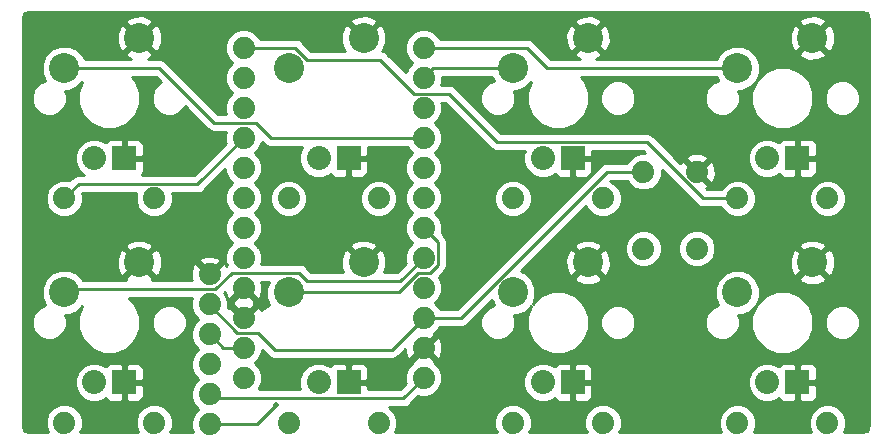
<source format=gbr>
G04 #@! TF.GenerationSoftware,KiCad,Pcbnew,5.0.2-bee76a0~70~ubuntu18.04.1*
G04 #@! TF.CreationDate,2019-03-19T15:09:44-04:00*
G04 #@! TF.ProjectId,8_key_simple_graphics (copy),385f6b65-795f-4736-996d-706c655f6772,rev?*
G04 #@! TF.SameCoordinates,Original*
G04 #@! TF.FileFunction,Copper,L1,Top*
G04 #@! TF.FilePolarity,Positive*
%FSLAX46Y46*%
G04 Gerber Fmt 4.6, Leading zero omitted, Abs format (unit mm)*
G04 Created by KiCad (PCBNEW 5.0.2-bee76a0~70~ubuntu18.04.1) date Tue 19 Mar 2019 03:09:44 PM EDT*
%MOMM*%
%LPD*%
G01*
G04 APERTURE LIST*
G04 #@! TA.AperFunction,ComponentPad*
%ADD10C,1.879600*%
G04 #@! TD*
G04 #@! TA.AperFunction,ComponentPad*
%ADD11C,2.032000*%
G04 #@! TD*
G04 #@! TA.AperFunction,ComponentPad*
%ADD12R,2.032000X2.032000*%
G04 #@! TD*
G04 #@! TA.AperFunction,ComponentPad*
%ADD13C,2.540000*%
G04 #@! TD*
G04 #@! TA.AperFunction,ViaPad*
%ADD14C,0.508000*%
G04 #@! TD*
G04 #@! TA.AperFunction,Conductor*
%ADD15C,0.254000*%
G04 #@! TD*
G04 APERTURE END LIST*
D10*
G04 #@! TO.P,B1,24*
G04 #@! TO.N,VIN*
X154620000Y-99700000D03*
G04 #@! TO.P,B1,23*
G04 #@! TO.N,GND*
X154620000Y-97160000D03*
G04 #@! TO.P,B1,22*
G04 #@! TO.N,RESET*
X154620000Y-94620000D03*
G04 #@! TO.P,B1,21*
G04 #@! TO.N,VCC*
X154620000Y-92080000D03*
G04 #@! TO.P,B1,20*
G04 #@! TO.N,KEY1*
X154620000Y-89540000D03*
G04 #@! TO.P,B1,19*
G04 #@! TO.N,KEY2*
X154620000Y-87000000D03*
G04 #@! TO.P,B1,18*
G04 #@! TO.N,KEY3*
X154620000Y-84460000D03*
G04 #@! TO.P,B1,17*
G04 #@! TO.N,KEY4*
X154620000Y-81920000D03*
G04 #@! TO.P,B1,16*
G04 #@! TO.N,KEY5*
X154620000Y-79380000D03*
G04 #@! TO.P,B1,15*
G04 #@! TO.N,KEY6*
X154620000Y-76840000D03*
G04 #@! TO.P,B1,14*
G04 #@! TO.N,KEY7*
X154620000Y-74300000D03*
G04 #@! TO.P,B1,13*
G04 #@! TO.N,KEY8*
X154620000Y-71760000D03*
G04 #@! TO.P,B1,12*
G04 #@! TO.N,LED8*
X139380000Y-71760000D03*
G04 #@! TO.P,B1,11*
G04 #@! TO.N,LED7*
X139380000Y-74300000D03*
G04 #@! TO.P,B1,10*
G04 #@! TO.N,LED6*
X139380000Y-76840000D03*
G04 #@! TO.P,B1,9*
G04 #@! TO.N,LED5*
X139380000Y-79380000D03*
G04 #@! TO.P,B1,8*
G04 #@! TO.N,LED4*
X139380000Y-81920000D03*
G04 #@! TO.P,B1,7*
G04 #@! TO.N,LED3*
X139380000Y-84460000D03*
G04 #@! TO.P,B1,6*
G04 #@! TO.N,LED2*
X139380000Y-87000000D03*
G04 #@! TO.P,B1,5*
G04 #@! TO.N,LED1*
X139380000Y-89540000D03*
G04 #@! TO.P,B1,4*
G04 #@! TO.N,GND*
X139380000Y-92080000D03*
G04 #@! TO.P,B1,3*
X139380000Y-94620000D03*
G04 #@! TO.P,B1,2*
G04 #@! TO.N,RX*
X139380000Y-97160000D03*
G04 #@! TO.P,B1,1*
G04 #@! TO.N,TX*
X139380000Y-99700000D03*
G04 #@! TD*
G04 #@! TO.P,J1,6*
G04 #@! TO.N,GND*
X136500000Y-90920000D03*
G04 #@! TO.P,J1,5*
G04 #@! TO.N,RESET*
X136500000Y-93460000D03*
G04 #@! TO.P,J1,4*
G04 #@! TO.N,RX*
X136500000Y-96000000D03*
G04 #@! TO.P,J1,3*
G04 #@! TO.N,TX*
X136500000Y-98540000D03*
G04 #@! TO.P,J1,2*
G04 #@! TO.N,VIN*
X136500000Y-101080000D03*
G04 #@! TO.P,J1,1*
G04 #@! TO.N,VCC*
X136500000Y-103620000D03*
G04 #@! TD*
G04 #@! TO.P,R1,P$2*
G04 #@! TO.N,Net-(R1-PadP$2)*
X131810000Y-103500000D03*
G04 #@! TO.P,R1,P$1*
G04 #@! TO.N,LED1*
X124190000Y-103500000D03*
G04 #@! TD*
G04 #@! TO.P,R2,P$2*
G04 #@! TO.N,Net-(R2-PadP$2)*
X150810000Y-103500000D03*
G04 #@! TO.P,R2,P$1*
G04 #@! TO.N,LED2*
X143190000Y-103500000D03*
G04 #@! TD*
G04 #@! TO.P,R3,P$2*
G04 #@! TO.N,Net-(R3-PadP$2)*
X169810000Y-103500000D03*
G04 #@! TO.P,R3,P$1*
G04 #@! TO.N,LED3*
X162190000Y-103500000D03*
G04 #@! TD*
G04 #@! TO.P,R4,P$2*
G04 #@! TO.N,Net-(R4-PadP$2)*
X188810000Y-103500000D03*
G04 #@! TO.P,R4,P$1*
G04 #@! TO.N,LED4*
X181190000Y-103500000D03*
G04 #@! TD*
G04 #@! TO.P,R5,P$2*
G04 #@! TO.N,Net-(R5-PadP$2)*
X131810000Y-84500000D03*
G04 #@! TO.P,R5,P$1*
G04 #@! TO.N,LED5*
X124190000Y-84500000D03*
G04 #@! TD*
G04 #@! TO.P,R6,P$2*
G04 #@! TO.N,Net-(R6-PadP$2)*
X150810000Y-84500000D03*
G04 #@! TO.P,R6,P$1*
G04 #@! TO.N,LED6*
X143190000Y-84500000D03*
G04 #@! TD*
G04 #@! TO.P,R7,P$2*
G04 #@! TO.N,Net-(R7-PadP$2)*
X169810000Y-84500000D03*
G04 #@! TO.P,R7,P$1*
G04 #@! TO.N,LED7*
X162190000Y-84500000D03*
G04 #@! TD*
G04 #@! TO.P,R8,P$2*
G04 #@! TO.N,Net-(R8-PadP$2)*
X188810000Y-84500000D03*
G04 #@! TO.P,R8,P$1*
G04 #@! TO.N,LED8*
X181190000Y-84500000D03*
G04 #@! TD*
G04 #@! TO.P,S1,4*
G04 #@! TO.N,N/C*
X177760600Y-88751200D03*
G04 #@! TO.P,S1,3*
G04 #@! TO.N,GND*
X177760600Y-82248800D03*
G04 #@! TO.P,S1,2*
G04 #@! TO.N,N/C*
X173239400Y-88751200D03*
G04 #@! TO.P,S1,1*
G04 #@! TO.N,RESET*
X173239400Y-82248800D03*
G04 #@! TD*
D11*
G04 #@! TO.P,SW1,A*
G04 #@! TO.N,Net-(R1-PadP$2)*
X126730000Y-100080000D03*
D12*
G04 #@! TO.P,SW1,K*
G04 #@! TO.N,GND*
X129270000Y-100080000D03*
D13*
G04 #@! TO.P,SW1,S2*
X130540000Y-89920000D03*
G04 #@! TO.P,SW1,S1*
G04 #@! TO.N,KEY1*
X124190000Y-92460000D03*
G04 #@! TD*
D11*
G04 #@! TO.P,SW2,A*
G04 #@! TO.N,Net-(R2-PadP$2)*
X145730000Y-100080000D03*
D12*
G04 #@! TO.P,SW2,K*
G04 #@! TO.N,GND*
X148270000Y-100080000D03*
D13*
G04 #@! TO.P,SW2,S2*
X149540000Y-89920000D03*
G04 #@! TO.P,SW2,S1*
G04 #@! TO.N,KEY2*
X143190000Y-92460000D03*
G04 #@! TD*
D11*
G04 #@! TO.P,SW3,A*
G04 #@! TO.N,Net-(R3-PadP$2)*
X164730000Y-100080000D03*
D12*
G04 #@! TO.P,SW3,K*
G04 #@! TO.N,GND*
X167270000Y-100080000D03*
D13*
G04 #@! TO.P,SW3,S2*
X168540000Y-89920000D03*
G04 #@! TO.P,SW3,S1*
G04 #@! TO.N,KEY3*
X162190000Y-92460000D03*
G04 #@! TD*
D11*
G04 #@! TO.P,SW4,A*
G04 #@! TO.N,Net-(R4-PadP$2)*
X183730000Y-100080000D03*
D12*
G04 #@! TO.P,SW4,K*
G04 #@! TO.N,GND*
X186270000Y-100080000D03*
D13*
G04 #@! TO.P,SW4,S2*
X187540000Y-89920000D03*
G04 #@! TO.P,SW4,S1*
G04 #@! TO.N,KEY4*
X181190000Y-92460000D03*
G04 #@! TD*
D11*
G04 #@! TO.P,SW5,A*
G04 #@! TO.N,Net-(R5-PadP$2)*
X126730000Y-81080000D03*
D12*
G04 #@! TO.P,SW5,K*
G04 #@! TO.N,GND*
X129270000Y-81080000D03*
D13*
G04 #@! TO.P,SW5,S2*
X130540000Y-70920000D03*
G04 #@! TO.P,SW5,S1*
G04 #@! TO.N,KEY5*
X124190000Y-73460000D03*
G04 #@! TD*
D11*
G04 #@! TO.P,SW6,A*
G04 #@! TO.N,Net-(R6-PadP$2)*
X145730000Y-81080000D03*
D12*
G04 #@! TO.P,SW6,K*
G04 #@! TO.N,GND*
X148270000Y-81080000D03*
D13*
G04 #@! TO.P,SW6,S2*
X149540000Y-70920000D03*
G04 #@! TO.P,SW6,S1*
G04 #@! TO.N,KEY6*
X143190000Y-73460000D03*
G04 #@! TD*
D11*
G04 #@! TO.P,SW7,A*
G04 #@! TO.N,Net-(R7-PadP$2)*
X164730000Y-81080000D03*
D12*
G04 #@! TO.P,SW7,K*
G04 #@! TO.N,GND*
X167270000Y-81080000D03*
D13*
G04 #@! TO.P,SW7,S2*
X168540000Y-70920000D03*
G04 #@! TO.P,SW7,S1*
G04 #@! TO.N,KEY7*
X162190000Y-73460000D03*
G04 #@! TD*
D11*
G04 #@! TO.P,SW8,A*
G04 #@! TO.N,Net-(R8-PadP$2)*
X183730000Y-81080000D03*
D12*
G04 #@! TO.P,SW8,K*
G04 #@! TO.N,GND*
X186270000Y-81080000D03*
D13*
G04 #@! TO.P,SW8,S2*
X187540000Y-70920000D03*
G04 #@! TO.P,SW8,S1*
G04 #@! TO.N,KEY8*
X181190000Y-73460000D03*
G04 #@! TD*
D14*
G04 #@! TO.N,VCC*
X142167800Y-101997300D03*
G04 #@! TD*
D15*
G04 #@! TO.N,RX*
X137660000Y-97160000D02*
X139380000Y-97160000D01*
X136500000Y-96000000D02*
X137660000Y-97160000D01*
G04 #@! TO.N,LED5*
X135479600Y-83280400D02*
X139380000Y-79380000D01*
X125409600Y-83280400D02*
X135479600Y-83280400D01*
X124190000Y-84500000D02*
X125409600Y-83280400D01*
G04 #@! TO.N,LED8*
X143759900Y-71760000D02*
X139380000Y-71760000D01*
X144745700Y-72745800D02*
X143759900Y-71760000D01*
X150954600Y-72745800D02*
X144745700Y-72745800D01*
X153829200Y-75620400D02*
X150954600Y-72745800D01*
X156759400Y-75620400D02*
X153829200Y-75620400D01*
X160873100Y-79734100D02*
X156759400Y-75620400D01*
X173516600Y-79734100D02*
X160873100Y-79734100D01*
X178282500Y-84500000D02*
X173516600Y-79734100D01*
X181190000Y-84500000D02*
X178282500Y-84500000D01*
G04 #@! TO.N,KEY8*
X163378700Y-71760000D02*
X154620000Y-71760000D01*
X165078700Y-73460000D02*
X163378700Y-71760000D01*
X181190000Y-73460000D02*
X165078700Y-73460000D01*
G04 #@! TO.N,KEY7*
X155460000Y-73460000D02*
X154620000Y-74300000D01*
X162190000Y-73460000D02*
X155460000Y-73460000D01*
G04 #@! TO.N,KEY5*
X141705900Y-79380000D02*
X154620000Y-79380000D01*
X140435900Y-78110000D02*
X141705900Y-79380000D01*
X136910000Y-78110000D02*
X140435900Y-78110000D01*
X132260000Y-73460000D02*
X136910000Y-78110000D01*
X124190000Y-73460000D02*
X132260000Y-73460000D01*
G04 #@! TO.N,KEY2*
X155840400Y-88220400D02*
X154620000Y-87000000D01*
X155840400Y-90109900D02*
X155840400Y-88220400D01*
X155140300Y-90810000D02*
X155840400Y-90109900D01*
X154165300Y-90810000D02*
X155140300Y-90810000D01*
X152515300Y-92460000D02*
X154165300Y-90810000D01*
X143190000Y-92460000D02*
X152515300Y-92460000D01*
G04 #@! TO.N,KEY1*
X152665400Y-91494600D02*
X154620000Y-89540000D01*
X144764600Y-91494600D02*
X152665400Y-91494600D01*
X144080000Y-90810000D02*
X144764600Y-91494600D01*
X138364400Y-90810000D02*
X144080000Y-90810000D01*
X136984400Y-92190000D02*
X138364400Y-90810000D01*
X124460000Y-92190000D02*
X136984400Y-92190000D01*
X124190000Y-92460000D02*
X124460000Y-92190000D01*
G04 #@! TO.N,VCC*
X140545100Y-103620000D02*
X142167800Y-101997300D01*
X136500000Y-103620000D02*
X140545100Y-103620000D01*
G04 #@! TO.N,RESET*
X157809600Y-94620000D02*
X154620000Y-94620000D01*
X170180800Y-82248800D02*
X157809600Y-94620000D01*
X173239400Y-82248800D02*
X170180800Y-82248800D01*
X151922400Y-97317600D02*
X154620000Y-94620000D01*
X142039900Y-97317600D02*
X151922400Y-97317600D01*
X140612300Y-95890000D02*
X142039900Y-97317600D01*
X138857400Y-95890000D02*
X140612300Y-95890000D01*
X136500000Y-93532600D02*
X138857400Y-95890000D01*
X136500000Y-93460000D02*
X136500000Y-93532600D01*
G04 #@! TO.N,VIN*
X152914300Y-101405700D02*
X154620000Y-99700000D01*
X136825700Y-101405700D02*
X152914300Y-101405700D01*
X136500000Y-101080000D02*
X136825700Y-101405700D01*
G04 #@! TD*
G04 #@! TO.N,GND*
G36*
X191856609Y-68720877D02*
X192095901Y-68768475D01*
X192177201Y-68822798D01*
X192231525Y-68904101D01*
X192279123Y-69143391D01*
X192315001Y-69230008D01*
X192315000Y-103769994D01*
X192279123Y-103856609D01*
X192231525Y-104095899D01*
X192177201Y-104177202D01*
X192095901Y-104231525D01*
X191856609Y-104279123D01*
X191769994Y-104315000D01*
X190176967Y-104315000D01*
X190384800Y-103813247D01*
X190384800Y-103186753D01*
X190145051Y-102607948D01*
X189702052Y-102164949D01*
X189123247Y-101925200D01*
X188496753Y-101925200D01*
X187917948Y-102164949D01*
X187474949Y-102607948D01*
X187235200Y-103186753D01*
X187235200Y-103813247D01*
X187443033Y-104315000D01*
X182556967Y-104315000D01*
X182764800Y-103813247D01*
X182764800Y-103186753D01*
X182525051Y-102607948D01*
X182082052Y-102164949D01*
X181503247Y-101925200D01*
X180876753Y-101925200D01*
X180297948Y-102164949D01*
X179854949Y-102607948D01*
X179615200Y-103186753D01*
X179615200Y-103813247D01*
X179823033Y-104315000D01*
X171176967Y-104315000D01*
X171384800Y-103813247D01*
X171384800Y-103186753D01*
X171145051Y-102607948D01*
X170702052Y-102164949D01*
X170123247Y-101925200D01*
X169496753Y-101925200D01*
X168917948Y-102164949D01*
X168474949Y-102607948D01*
X168235200Y-103186753D01*
X168235200Y-103813247D01*
X168443033Y-104315000D01*
X163556967Y-104315000D01*
X163764800Y-103813247D01*
X163764800Y-103186753D01*
X163525051Y-102607948D01*
X163082052Y-102164949D01*
X162503247Y-101925200D01*
X161876753Y-101925200D01*
X161297948Y-102164949D01*
X160854949Y-102607948D01*
X160615200Y-103186753D01*
X160615200Y-103813247D01*
X160823033Y-104315000D01*
X152176967Y-104315000D01*
X152384800Y-103813247D01*
X152384800Y-103186753D01*
X152145051Y-102607948D01*
X151704803Y-102167700D01*
X152839257Y-102167700D01*
X152914300Y-102182627D01*
X152989343Y-102167700D01*
X152989348Y-102167700D01*
X153211617Y-102123488D01*
X153463671Y-101955071D01*
X153506183Y-101891447D01*
X154176700Y-101220930D01*
X154306753Y-101274800D01*
X154933247Y-101274800D01*
X155512052Y-101035051D01*
X155955051Y-100592052D01*
X156194800Y-100013247D01*
X156194800Y-99751596D01*
X163079000Y-99751596D01*
X163079000Y-100408404D01*
X163330350Y-101015216D01*
X163794784Y-101479650D01*
X164401596Y-101731000D01*
X165058404Y-101731000D01*
X165665216Y-101479650D01*
X165707910Y-101436956D01*
X165715673Y-101455699D01*
X165894302Y-101634327D01*
X166127691Y-101731000D01*
X166984250Y-101731000D01*
X167143000Y-101572250D01*
X167143000Y-100207000D01*
X167397000Y-100207000D01*
X167397000Y-101572250D01*
X167555750Y-101731000D01*
X168412309Y-101731000D01*
X168645698Y-101634327D01*
X168824327Y-101455699D01*
X168921000Y-101222310D01*
X168921000Y-100365750D01*
X168762250Y-100207000D01*
X167397000Y-100207000D01*
X167143000Y-100207000D01*
X167123000Y-100207000D01*
X167123000Y-99953000D01*
X167143000Y-99953000D01*
X167143000Y-98587750D01*
X167397000Y-98587750D01*
X167397000Y-99953000D01*
X168762250Y-99953000D01*
X168921000Y-99794250D01*
X168921000Y-99751596D01*
X182079000Y-99751596D01*
X182079000Y-100408404D01*
X182330350Y-101015216D01*
X182794784Y-101479650D01*
X183401596Y-101731000D01*
X184058404Y-101731000D01*
X184665216Y-101479650D01*
X184707910Y-101436956D01*
X184715673Y-101455699D01*
X184894302Y-101634327D01*
X185127691Y-101731000D01*
X185984250Y-101731000D01*
X186143000Y-101572250D01*
X186143000Y-100207000D01*
X186397000Y-100207000D01*
X186397000Y-101572250D01*
X186555750Y-101731000D01*
X187412309Y-101731000D01*
X187645698Y-101634327D01*
X187824327Y-101455699D01*
X187921000Y-101222310D01*
X187921000Y-100365750D01*
X187762250Y-100207000D01*
X186397000Y-100207000D01*
X186143000Y-100207000D01*
X186123000Y-100207000D01*
X186123000Y-99953000D01*
X186143000Y-99953000D01*
X186143000Y-98587750D01*
X186397000Y-98587750D01*
X186397000Y-99953000D01*
X187762250Y-99953000D01*
X187921000Y-99794250D01*
X187921000Y-98937690D01*
X187824327Y-98704301D01*
X187645698Y-98525673D01*
X187412309Y-98429000D01*
X186555750Y-98429000D01*
X186397000Y-98587750D01*
X186143000Y-98587750D01*
X185984250Y-98429000D01*
X185127691Y-98429000D01*
X184894302Y-98525673D01*
X184715673Y-98704301D01*
X184707910Y-98723044D01*
X184665216Y-98680350D01*
X184058404Y-98429000D01*
X183401596Y-98429000D01*
X182794784Y-98680350D01*
X182330350Y-99144784D01*
X182079000Y-99751596D01*
X168921000Y-99751596D01*
X168921000Y-98937690D01*
X168824327Y-98704301D01*
X168645698Y-98525673D01*
X168412309Y-98429000D01*
X167555750Y-98429000D01*
X167397000Y-98587750D01*
X167143000Y-98587750D01*
X166984250Y-98429000D01*
X166127691Y-98429000D01*
X165894302Y-98525673D01*
X165715673Y-98704301D01*
X165707910Y-98723044D01*
X165665216Y-98680350D01*
X165058404Y-98429000D01*
X164401596Y-98429000D01*
X163794784Y-98680350D01*
X163330350Y-99144784D01*
X163079000Y-99751596D01*
X156194800Y-99751596D01*
X156194800Y-99386753D01*
X155955051Y-98807948D01*
X155514786Y-98367683D01*
X155549363Y-98268968D01*
X154620000Y-97339605D01*
X153690637Y-98268968D01*
X153725214Y-98367683D01*
X153284949Y-98807948D01*
X153045200Y-99386753D01*
X153045200Y-100013247D01*
X153099070Y-100143300D01*
X152598670Y-100643700D01*
X149921000Y-100643700D01*
X149921000Y-100365750D01*
X149762250Y-100207000D01*
X148397000Y-100207000D01*
X148397000Y-100227000D01*
X148143000Y-100227000D01*
X148143000Y-100207000D01*
X148123000Y-100207000D01*
X148123000Y-99953000D01*
X148143000Y-99953000D01*
X148143000Y-98587750D01*
X148397000Y-98587750D01*
X148397000Y-99953000D01*
X149762250Y-99953000D01*
X149921000Y-99794250D01*
X149921000Y-98937690D01*
X149824327Y-98704301D01*
X149645698Y-98525673D01*
X149412309Y-98429000D01*
X148555750Y-98429000D01*
X148397000Y-98587750D01*
X148143000Y-98587750D01*
X147984250Y-98429000D01*
X147127691Y-98429000D01*
X146894302Y-98525673D01*
X146715673Y-98704301D01*
X146707910Y-98723044D01*
X146665216Y-98680350D01*
X146058404Y-98429000D01*
X145401596Y-98429000D01*
X144794784Y-98680350D01*
X144330350Y-99144784D01*
X144079000Y-99751596D01*
X144079000Y-100408404D01*
X144176463Y-100643700D01*
X140663403Y-100643700D01*
X140715051Y-100592052D01*
X140954800Y-100013247D01*
X140954800Y-99386753D01*
X140715051Y-98807948D01*
X140337103Y-98430000D01*
X140715051Y-98052052D01*
X140954800Y-97473247D01*
X140954800Y-97310131D01*
X141448018Y-97803349D01*
X141490529Y-97866971D01*
X141554151Y-97909482D01*
X141742581Y-98035387D01*
X141742582Y-98035387D01*
X141742583Y-98035388D01*
X141964852Y-98079600D01*
X141964856Y-98079600D01*
X142039899Y-98094527D01*
X142114942Y-98079600D01*
X151847357Y-98079600D01*
X151922400Y-98094527D01*
X151997443Y-98079600D01*
X151997448Y-98079600D01*
X152219717Y-98035388D01*
X152471771Y-97866971D01*
X152514283Y-97803347D01*
X153048309Y-97269321D01*
X153058951Y-97535828D01*
X153250420Y-97998077D01*
X153511032Y-98089363D01*
X154440395Y-97160000D01*
X154799605Y-97160000D01*
X155728968Y-98089363D01*
X155989580Y-97998077D01*
X156206045Y-97410167D01*
X156181049Y-96784172D01*
X155989580Y-96321923D01*
X155728968Y-96230637D01*
X154799605Y-97160000D01*
X154440395Y-97160000D01*
X154426253Y-97145858D01*
X154605858Y-96966253D01*
X154620000Y-96980395D01*
X155549363Y-96051032D01*
X155514786Y-95952317D01*
X155955051Y-95512052D01*
X156008920Y-95382000D01*
X157734557Y-95382000D01*
X157809600Y-95396927D01*
X157884643Y-95382000D01*
X157884648Y-95382000D01*
X158106917Y-95337788D01*
X158358971Y-95169371D01*
X158401484Y-95105747D01*
X160397267Y-93109964D01*
X160573419Y-93535232D01*
X160078305Y-93740314D01*
X159660314Y-94158305D01*
X159434100Y-94704436D01*
X159434100Y-95295564D01*
X159660314Y-95841695D01*
X160078305Y-96259686D01*
X160624436Y-96485900D01*
X161215564Y-96485900D01*
X161761695Y-96259686D01*
X162179686Y-95841695D01*
X162405900Y-95295564D01*
X162405900Y-94704436D01*
X162265302Y-94365000D01*
X162568928Y-94365000D01*
X163269096Y-94074981D01*
X163727554Y-93616523D01*
X163371100Y-94477079D01*
X163371100Y-95522921D01*
X163771326Y-96489152D01*
X164510848Y-97228674D01*
X165477079Y-97628900D01*
X166522921Y-97628900D01*
X167489152Y-97228674D01*
X168228674Y-96489152D01*
X168628900Y-95522921D01*
X168628900Y-94704436D01*
X169594100Y-94704436D01*
X169594100Y-95295564D01*
X169820314Y-95841695D01*
X170238305Y-96259686D01*
X170784436Y-96485900D01*
X171375564Y-96485900D01*
X171921695Y-96259686D01*
X172339686Y-95841695D01*
X172565900Y-95295564D01*
X172565900Y-94704436D01*
X178434100Y-94704436D01*
X178434100Y-95295564D01*
X178660314Y-95841695D01*
X179078305Y-96259686D01*
X179624436Y-96485900D01*
X180215564Y-96485900D01*
X180761695Y-96259686D01*
X181179686Y-95841695D01*
X181405900Y-95295564D01*
X181405900Y-94704436D01*
X181265302Y-94365000D01*
X181568928Y-94365000D01*
X182269096Y-94074981D01*
X182727554Y-93616523D01*
X182371100Y-94477079D01*
X182371100Y-95522921D01*
X182771326Y-96489152D01*
X183510848Y-97228674D01*
X184477079Y-97628900D01*
X185522921Y-97628900D01*
X186489152Y-97228674D01*
X187228674Y-96489152D01*
X187628900Y-95522921D01*
X187628900Y-94704436D01*
X188594100Y-94704436D01*
X188594100Y-95295564D01*
X188820314Y-95841695D01*
X189238305Y-96259686D01*
X189784436Y-96485900D01*
X190375564Y-96485900D01*
X190921695Y-96259686D01*
X191339686Y-95841695D01*
X191565900Y-95295564D01*
X191565900Y-94704436D01*
X191339686Y-94158305D01*
X190921695Y-93740314D01*
X190375564Y-93514100D01*
X189784436Y-93514100D01*
X189238305Y-93740314D01*
X188820314Y-94158305D01*
X188594100Y-94704436D01*
X187628900Y-94704436D01*
X187628900Y-94477079D01*
X187228674Y-93510848D01*
X186489152Y-92771326D01*
X185522921Y-92371100D01*
X184477079Y-92371100D01*
X183510848Y-92771326D01*
X182848753Y-93433421D01*
X183095000Y-92838928D01*
X183095000Y-92081072D01*
X182804981Y-91380904D01*
X182691854Y-91267777D01*
X186371828Y-91267777D01*
X186503520Y-91562657D01*
X187211036Y-91834261D01*
X187968632Y-91814436D01*
X188576480Y-91562657D01*
X188708172Y-91267777D01*
X187540000Y-90099605D01*
X186371828Y-91267777D01*
X182691854Y-91267777D01*
X182269096Y-90845019D01*
X181568928Y-90555000D01*
X180811072Y-90555000D01*
X180110904Y-90845019D01*
X179575019Y-91380904D01*
X179285000Y-92081072D01*
X179285000Y-92838928D01*
X179573419Y-93535232D01*
X179078305Y-93740314D01*
X178660314Y-94158305D01*
X178434100Y-94704436D01*
X172565900Y-94704436D01*
X172339686Y-94158305D01*
X171921695Y-93740314D01*
X171375564Y-93514100D01*
X170784436Y-93514100D01*
X170238305Y-93740314D01*
X169820314Y-94158305D01*
X169594100Y-94704436D01*
X168628900Y-94704436D01*
X168628900Y-94477079D01*
X168228674Y-93510848D01*
X167489152Y-92771326D01*
X166522921Y-92371100D01*
X165477079Y-92371100D01*
X164510848Y-92771326D01*
X163848753Y-93433421D01*
X164095000Y-92838928D01*
X164095000Y-92081072D01*
X163804981Y-91380904D01*
X163691854Y-91267777D01*
X167371828Y-91267777D01*
X167503520Y-91562657D01*
X168211036Y-91834261D01*
X168968632Y-91814436D01*
X169576480Y-91562657D01*
X169708172Y-91267777D01*
X168540000Y-90099605D01*
X167371828Y-91267777D01*
X163691854Y-91267777D01*
X163269096Y-90845019D01*
X162839964Y-90667267D01*
X163916195Y-89591036D01*
X166625739Y-89591036D01*
X166645564Y-90348632D01*
X166897343Y-90956480D01*
X167192223Y-91088172D01*
X168360395Y-89920000D01*
X168719605Y-89920000D01*
X169887777Y-91088172D01*
X170182657Y-90956480D01*
X170454261Y-90248964D01*
X170434436Y-89491368D01*
X170182657Y-88883520D01*
X169887777Y-88751828D01*
X168719605Y-89920000D01*
X168360395Y-89920000D01*
X167192223Y-88751828D01*
X166897343Y-88883520D01*
X166625739Y-89591036D01*
X163916195Y-89591036D01*
X164935008Y-88572223D01*
X167371828Y-88572223D01*
X168540000Y-89740395D01*
X169708172Y-88572223D01*
X169648208Y-88437953D01*
X171664600Y-88437953D01*
X171664600Y-89064447D01*
X171904349Y-89643252D01*
X172347348Y-90086251D01*
X172926153Y-90326000D01*
X173552647Y-90326000D01*
X174131452Y-90086251D01*
X174574451Y-89643252D01*
X174814200Y-89064447D01*
X174814200Y-88437953D01*
X176185800Y-88437953D01*
X176185800Y-89064447D01*
X176425549Y-89643252D01*
X176868548Y-90086251D01*
X177447353Y-90326000D01*
X178073847Y-90326000D01*
X178652652Y-90086251D01*
X179095651Y-89643252D01*
X179117279Y-89591036D01*
X185625739Y-89591036D01*
X185645564Y-90348632D01*
X185897343Y-90956480D01*
X186192223Y-91088172D01*
X187360395Y-89920000D01*
X187719605Y-89920000D01*
X188887777Y-91088172D01*
X189182657Y-90956480D01*
X189454261Y-90248964D01*
X189434436Y-89491368D01*
X189182657Y-88883520D01*
X188887777Y-88751828D01*
X187719605Y-89920000D01*
X187360395Y-89920000D01*
X186192223Y-88751828D01*
X185897343Y-88883520D01*
X185625739Y-89591036D01*
X179117279Y-89591036D01*
X179335400Y-89064447D01*
X179335400Y-88572223D01*
X186371828Y-88572223D01*
X187540000Y-89740395D01*
X188708172Y-88572223D01*
X188576480Y-88277343D01*
X187868964Y-88005739D01*
X187111368Y-88025564D01*
X186503520Y-88277343D01*
X186371828Y-88572223D01*
X179335400Y-88572223D01*
X179335400Y-88437953D01*
X179095651Y-87859148D01*
X178652652Y-87416149D01*
X178073847Y-87176400D01*
X177447353Y-87176400D01*
X176868548Y-87416149D01*
X176425549Y-87859148D01*
X176185800Y-88437953D01*
X174814200Y-88437953D01*
X174574451Y-87859148D01*
X174131452Y-87416149D01*
X173552647Y-87176400D01*
X172926153Y-87176400D01*
X172347348Y-87416149D01*
X171904349Y-87859148D01*
X171664600Y-88437953D01*
X169648208Y-88437953D01*
X169576480Y-88277343D01*
X168868964Y-88005739D01*
X168111368Y-88025564D01*
X167503520Y-88277343D01*
X167371828Y-88572223D01*
X164935008Y-88572223D01*
X168369575Y-85137656D01*
X168474949Y-85392052D01*
X168917948Y-85835051D01*
X169496753Y-86074800D01*
X170123247Y-86074800D01*
X170702052Y-85835051D01*
X171145051Y-85392052D01*
X171384800Y-84813247D01*
X171384800Y-84186753D01*
X171145051Y-83607948D01*
X170702052Y-83164949D01*
X170447656Y-83059575D01*
X170496431Y-83010800D01*
X171850480Y-83010800D01*
X171904349Y-83140852D01*
X172347348Y-83583851D01*
X172926153Y-83823600D01*
X173552647Y-83823600D01*
X174131452Y-83583851D01*
X174574451Y-83140852D01*
X174814200Y-82562047D01*
X174814200Y-82109330D01*
X177690618Y-84985749D01*
X177733129Y-85049371D01*
X177796751Y-85091882D01*
X177985181Y-85217787D01*
X177985182Y-85217787D01*
X177985183Y-85217788D01*
X178207452Y-85262000D01*
X178207456Y-85262000D01*
X178282499Y-85276927D01*
X178357542Y-85262000D01*
X179801080Y-85262000D01*
X179854949Y-85392052D01*
X180297948Y-85835051D01*
X180876753Y-86074800D01*
X181503247Y-86074800D01*
X182082052Y-85835051D01*
X182525051Y-85392052D01*
X182764800Y-84813247D01*
X182764800Y-84186753D01*
X187235200Y-84186753D01*
X187235200Y-84813247D01*
X187474949Y-85392052D01*
X187917948Y-85835051D01*
X188496753Y-86074800D01*
X189123247Y-86074800D01*
X189702052Y-85835051D01*
X190145051Y-85392052D01*
X190384800Y-84813247D01*
X190384800Y-84186753D01*
X190145051Y-83607948D01*
X189702052Y-83164949D01*
X189123247Y-82925200D01*
X188496753Y-82925200D01*
X187917948Y-83164949D01*
X187474949Y-83607948D01*
X187235200Y-84186753D01*
X182764800Y-84186753D01*
X182525051Y-83607948D01*
X182082052Y-83164949D01*
X181503247Y-82925200D01*
X180876753Y-82925200D01*
X180297948Y-83164949D01*
X179854949Y-83607948D01*
X179801080Y-83738000D01*
X178598131Y-83738000D01*
X178513707Y-83653576D01*
X178598677Y-83618380D01*
X178689963Y-83357768D01*
X177760600Y-82428405D01*
X177746458Y-82442548D01*
X177566853Y-82262943D01*
X177580995Y-82248800D01*
X177940205Y-82248800D01*
X178869568Y-83178163D01*
X179130180Y-83086877D01*
X179346645Y-82498967D01*
X179321649Y-81872972D01*
X179130180Y-81410723D01*
X178869568Y-81319437D01*
X177940205Y-82248800D01*
X177580995Y-82248800D01*
X176651632Y-81319437D01*
X176391020Y-81410723D01*
X176358682Y-81498552D01*
X175999962Y-81139832D01*
X176831237Y-81139832D01*
X177760600Y-82069195D01*
X178689963Y-81139832D01*
X178598677Y-80879220D01*
X178252056Y-80751596D01*
X182079000Y-80751596D01*
X182079000Y-81408404D01*
X182330350Y-82015216D01*
X182794784Y-82479650D01*
X183401596Y-82731000D01*
X184058404Y-82731000D01*
X184665216Y-82479650D01*
X184707910Y-82436956D01*
X184715673Y-82455699D01*
X184894302Y-82634327D01*
X185127691Y-82731000D01*
X185984250Y-82731000D01*
X186143000Y-82572250D01*
X186143000Y-81207000D01*
X186397000Y-81207000D01*
X186397000Y-82572250D01*
X186555750Y-82731000D01*
X187412309Y-82731000D01*
X187645698Y-82634327D01*
X187824327Y-82455699D01*
X187921000Y-82222310D01*
X187921000Y-81365750D01*
X187762250Y-81207000D01*
X186397000Y-81207000D01*
X186143000Y-81207000D01*
X186123000Y-81207000D01*
X186123000Y-80953000D01*
X186143000Y-80953000D01*
X186143000Y-79587750D01*
X186397000Y-79587750D01*
X186397000Y-80953000D01*
X187762250Y-80953000D01*
X187921000Y-80794250D01*
X187921000Y-79937690D01*
X187824327Y-79704301D01*
X187645698Y-79525673D01*
X187412309Y-79429000D01*
X186555750Y-79429000D01*
X186397000Y-79587750D01*
X186143000Y-79587750D01*
X185984250Y-79429000D01*
X185127691Y-79429000D01*
X184894302Y-79525673D01*
X184715673Y-79704301D01*
X184707910Y-79723044D01*
X184665216Y-79680350D01*
X184058404Y-79429000D01*
X183401596Y-79429000D01*
X182794784Y-79680350D01*
X182330350Y-80144784D01*
X182079000Y-80751596D01*
X178252056Y-80751596D01*
X178010767Y-80662755D01*
X177384772Y-80687751D01*
X176922523Y-80879220D01*
X176831237Y-81139832D01*
X175999962Y-81139832D01*
X174108483Y-79248353D01*
X174065971Y-79184729D01*
X173813917Y-79016312D01*
X173591648Y-78972100D01*
X173591643Y-78972100D01*
X173516600Y-78957173D01*
X173441557Y-78972100D01*
X161188731Y-78972100D01*
X157351283Y-75134653D01*
X157308771Y-75071029D01*
X157056717Y-74902612D01*
X156834448Y-74858400D01*
X156834443Y-74858400D01*
X156759400Y-74843473D01*
X156684357Y-74858400D01*
X156093254Y-74858400D01*
X156194800Y-74613247D01*
X156194800Y-74222000D01*
X160443674Y-74222000D01*
X160573419Y-74535232D01*
X160078305Y-74740314D01*
X159660314Y-75158305D01*
X159434100Y-75704436D01*
X159434100Y-76295564D01*
X159660314Y-76841695D01*
X160078305Y-77259686D01*
X160624436Y-77485900D01*
X161215564Y-77485900D01*
X161761695Y-77259686D01*
X162179686Y-76841695D01*
X162405900Y-76295564D01*
X162405900Y-75704436D01*
X162265302Y-75365000D01*
X162568928Y-75365000D01*
X163269096Y-75074981D01*
X163727554Y-74616523D01*
X163371100Y-75477079D01*
X163371100Y-76522921D01*
X163771326Y-77489152D01*
X164510848Y-78228674D01*
X165477079Y-78628900D01*
X166522921Y-78628900D01*
X167489152Y-78228674D01*
X168228674Y-77489152D01*
X168628900Y-76522921D01*
X168628900Y-75704436D01*
X169594100Y-75704436D01*
X169594100Y-76295564D01*
X169820314Y-76841695D01*
X170238305Y-77259686D01*
X170784436Y-77485900D01*
X171375564Y-77485900D01*
X171921695Y-77259686D01*
X172339686Y-76841695D01*
X172565900Y-76295564D01*
X172565900Y-75704436D01*
X172339686Y-75158305D01*
X171921695Y-74740314D01*
X171375564Y-74514100D01*
X170784436Y-74514100D01*
X170238305Y-74740314D01*
X169820314Y-75158305D01*
X169594100Y-75704436D01*
X168628900Y-75704436D01*
X168628900Y-75477079D01*
X168228674Y-74510848D01*
X167939826Y-74222000D01*
X179443674Y-74222000D01*
X179573419Y-74535232D01*
X179078305Y-74740314D01*
X178660314Y-75158305D01*
X178434100Y-75704436D01*
X178434100Y-76295564D01*
X178660314Y-76841695D01*
X179078305Y-77259686D01*
X179624436Y-77485900D01*
X180215564Y-77485900D01*
X180761695Y-77259686D01*
X181179686Y-76841695D01*
X181405900Y-76295564D01*
X181405900Y-75704436D01*
X181265302Y-75365000D01*
X181568928Y-75365000D01*
X182269096Y-75074981D01*
X182727554Y-74616523D01*
X182371100Y-75477079D01*
X182371100Y-76522921D01*
X182771326Y-77489152D01*
X183510848Y-78228674D01*
X184477079Y-78628900D01*
X185522921Y-78628900D01*
X186489152Y-78228674D01*
X187228674Y-77489152D01*
X187628900Y-76522921D01*
X187628900Y-75704436D01*
X188594100Y-75704436D01*
X188594100Y-76295564D01*
X188820314Y-76841695D01*
X189238305Y-77259686D01*
X189784436Y-77485900D01*
X190375564Y-77485900D01*
X190921695Y-77259686D01*
X191339686Y-76841695D01*
X191565900Y-76295564D01*
X191565900Y-75704436D01*
X191339686Y-75158305D01*
X190921695Y-74740314D01*
X190375564Y-74514100D01*
X189784436Y-74514100D01*
X189238305Y-74740314D01*
X188820314Y-75158305D01*
X188594100Y-75704436D01*
X187628900Y-75704436D01*
X187628900Y-75477079D01*
X187228674Y-74510848D01*
X186489152Y-73771326D01*
X185522921Y-73371100D01*
X184477079Y-73371100D01*
X183510848Y-73771326D01*
X182848753Y-74433421D01*
X183095000Y-73838928D01*
X183095000Y-73081072D01*
X182804981Y-72380904D01*
X182691854Y-72267777D01*
X186371828Y-72267777D01*
X186503520Y-72562657D01*
X187211036Y-72834261D01*
X187968632Y-72814436D01*
X188576480Y-72562657D01*
X188708172Y-72267777D01*
X187540000Y-71099605D01*
X186371828Y-72267777D01*
X182691854Y-72267777D01*
X182269096Y-71845019D01*
X181568928Y-71555000D01*
X180811072Y-71555000D01*
X180110904Y-71845019D01*
X179575019Y-72380904D01*
X179443674Y-72698000D01*
X169249733Y-72698000D01*
X169576480Y-72562657D01*
X169708172Y-72267777D01*
X168540000Y-71099605D01*
X167371828Y-72267777D01*
X167503520Y-72562657D01*
X167856082Y-72698000D01*
X165394331Y-72698000D01*
X163970583Y-71274253D01*
X163928071Y-71210629D01*
X163676017Y-71042212D01*
X163453748Y-70998000D01*
X163453743Y-70998000D01*
X163378700Y-70983073D01*
X163303657Y-70998000D01*
X156008920Y-70998000D01*
X155955051Y-70867948D01*
X155678139Y-70591036D01*
X166625739Y-70591036D01*
X166645564Y-71348632D01*
X166897343Y-71956480D01*
X167192223Y-72088172D01*
X168360395Y-70920000D01*
X168719605Y-70920000D01*
X169887777Y-72088172D01*
X170182657Y-71956480D01*
X170454261Y-71248964D01*
X170437045Y-70591036D01*
X185625739Y-70591036D01*
X185645564Y-71348632D01*
X185897343Y-71956480D01*
X186192223Y-72088172D01*
X187360395Y-70920000D01*
X187719605Y-70920000D01*
X188887777Y-72088172D01*
X189182657Y-71956480D01*
X189454261Y-71248964D01*
X189434436Y-70491368D01*
X189182657Y-69883520D01*
X188887777Y-69751828D01*
X187719605Y-70920000D01*
X187360395Y-70920000D01*
X186192223Y-69751828D01*
X185897343Y-69883520D01*
X185625739Y-70591036D01*
X170437045Y-70591036D01*
X170434436Y-70491368D01*
X170182657Y-69883520D01*
X169887777Y-69751828D01*
X168719605Y-70920000D01*
X168360395Y-70920000D01*
X167192223Y-69751828D01*
X166897343Y-69883520D01*
X166625739Y-70591036D01*
X155678139Y-70591036D01*
X155512052Y-70424949D01*
X154933247Y-70185200D01*
X154306753Y-70185200D01*
X153727948Y-70424949D01*
X153284949Y-70867948D01*
X153045200Y-71446753D01*
X153045200Y-72073247D01*
X153284949Y-72652052D01*
X153662897Y-73030000D01*
X153284949Y-73407948D01*
X153111975Y-73825544D01*
X151546483Y-72260053D01*
X151503971Y-72196429D01*
X151251917Y-72028012D01*
X151093184Y-71996438D01*
X151182657Y-71956480D01*
X151454261Y-71248964D01*
X151434436Y-70491368D01*
X151182657Y-69883520D01*
X150887777Y-69751828D01*
X149719605Y-70920000D01*
X149733748Y-70934143D01*
X149554143Y-71113748D01*
X149540000Y-71099605D01*
X149525858Y-71113748D01*
X149346253Y-70934143D01*
X149360395Y-70920000D01*
X148192223Y-69751828D01*
X147897343Y-69883520D01*
X147625739Y-70591036D01*
X147645564Y-71348632D01*
X147897343Y-71956480D01*
X147958517Y-71983800D01*
X145061331Y-71983800D01*
X144351783Y-71274253D01*
X144309271Y-71210629D01*
X144057217Y-71042212D01*
X143834948Y-70998000D01*
X143834943Y-70998000D01*
X143759900Y-70983073D01*
X143684857Y-70998000D01*
X140768920Y-70998000D01*
X140715051Y-70867948D01*
X140272052Y-70424949D01*
X139693247Y-70185200D01*
X139066753Y-70185200D01*
X138487948Y-70424949D01*
X138044949Y-70867948D01*
X137805200Y-71446753D01*
X137805200Y-72073247D01*
X138044949Y-72652052D01*
X138422897Y-73030000D01*
X138044949Y-73407948D01*
X137805200Y-73986753D01*
X137805200Y-74613247D01*
X138044949Y-75192052D01*
X138422897Y-75570000D01*
X138044949Y-75947948D01*
X137805200Y-76526753D01*
X137805200Y-77153247D01*
X137885869Y-77348000D01*
X137225631Y-77348000D01*
X132851883Y-72974253D01*
X132809371Y-72910629D01*
X132557317Y-72742212D01*
X132335048Y-72698000D01*
X132335043Y-72698000D01*
X132260000Y-72683073D01*
X132184957Y-72698000D01*
X131249733Y-72698000D01*
X131576480Y-72562657D01*
X131708172Y-72267777D01*
X130540000Y-71099605D01*
X129371828Y-72267777D01*
X129503520Y-72562657D01*
X129856082Y-72698000D01*
X125936326Y-72698000D01*
X125804981Y-72380904D01*
X125269096Y-71845019D01*
X124568928Y-71555000D01*
X123811072Y-71555000D01*
X123110904Y-71845019D01*
X122575019Y-72380904D01*
X122285000Y-73081072D01*
X122285000Y-73838928D01*
X122573419Y-74535232D01*
X122078305Y-74740314D01*
X121660314Y-75158305D01*
X121434100Y-75704436D01*
X121434100Y-76295564D01*
X121660314Y-76841695D01*
X122078305Y-77259686D01*
X122624436Y-77485900D01*
X123215564Y-77485900D01*
X123761695Y-77259686D01*
X124179686Y-76841695D01*
X124405900Y-76295564D01*
X124405900Y-75704436D01*
X124265302Y-75365000D01*
X124568928Y-75365000D01*
X125269096Y-75074981D01*
X125727554Y-74616523D01*
X125371100Y-75477079D01*
X125371100Y-76522921D01*
X125771326Y-77489152D01*
X126510848Y-78228674D01*
X127477079Y-78628900D01*
X128522921Y-78628900D01*
X129489152Y-78228674D01*
X130228674Y-77489152D01*
X130628900Y-76522921D01*
X130628900Y-75477079D01*
X130228674Y-74510848D01*
X129939826Y-74222000D01*
X131944370Y-74222000D01*
X132396965Y-74674595D01*
X132238305Y-74740314D01*
X131820314Y-75158305D01*
X131594100Y-75704436D01*
X131594100Y-76295564D01*
X131820314Y-76841695D01*
X132238305Y-77259686D01*
X132784436Y-77485900D01*
X133375564Y-77485900D01*
X133921695Y-77259686D01*
X134339686Y-76841695D01*
X134405405Y-76683035D01*
X136318117Y-78595748D01*
X136360629Y-78659371D01*
X136612683Y-78827788D01*
X136834952Y-78872000D01*
X136834956Y-78872000D01*
X136909999Y-78886927D01*
X136985042Y-78872000D01*
X137885869Y-78872000D01*
X137805200Y-79066753D01*
X137805200Y-79693247D01*
X137859070Y-79823300D01*
X135163970Y-82518400D01*
X130761626Y-82518400D01*
X130824327Y-82455699D01*
X130921000Y-82222310D01*
X130921000Y-81365750D01*
X130762250Y-81207000D01*
X129397000Y-81207000D01*
X129397000Y-81227000D01*
X129143000Y-81227000D01*
X129143000Y-81207000D01*
X129123000Y-81207000D01*
X129123000Y-80953000D01*
X129143000Y-80953000D01*
X129143000Y-79587750D01*
X129397000Y-79587750D01*
X129397000Y-80953000D01*
X130762250Y-80953000D01*
X130921000Y-80794250D01*
X130921000Y-79937690D01*
X130824327Y-79704301D01*
X130645698Y-79525673D01*
X130412309Y-79429000D01*
X129555750Y-79429000D01*
X129397000Y-79587750D01*
X129143000Y-79587750D01*
X128984250Y-79429000D01*
X128127691Y-79429000D01*
X127894302Y-79525673D01*
X127715673Y-79704301D01*
X127707910Y-79723044D01*
X127665216Y-79680350D01*
X127058404Y-79429000D01*
X126401596Y-79429000D01*
X125794784Y-79680350D01*
X125330350Y-80144784D01*
X125079000Y-80751596D01*
X125079000Y-81408404D01*
X125330350Y-82015216D01*
X125794784Y-82479650D01*
X125888335Y-82518400D01*
X125484647Y-82518400D01*
X125409600Y-82503472D01*
X125334553Y-82518400D01*
X125334552Y-82518400D01*
X125112283Y-82562612D01*
X124860229Y-82731029D01*
X124817718Y-82794651D01*
X124633300Y-82979070D01*
X124503247Y-82925200D01*
X123876753Y-82925200D01*
X123297948Y-83164949D01*
X122854949Y-83607948D01*
X122615200Y-84186753D01*
X122615200Y-84813247D01*
X122854949Y-85392052D01*
X123297948Y-85835051D01*
X123876753Y-86074800D01*
X124503247Y-86074800D01*
X125082052Y-85835051D01*
X125525051Y-85392052D01*
X125764800Y-84813247D01*
X125764800Y-84186753D01*
X125710930Y-84056700D01*
X125725231Y-84042400D01*
X130294993Y-84042400D01*
X130235200Y-84186753D01*
X130235200Y-84813247D01*
X130474949Y-85392052D01*
X130917948Y-85835051D01*
X131496753Y-86074800D01*
X132123247Y-86074800D01*
X132702052Y-85835051D01*
X133145051Y-85392052D01*
X133384800Y-84813247D01*
X133384800Y-84186753D01*
X133325007Y-84042400D01*
X135404557Y-84042400D01*
X135479600Y-84057327D01*
X135554643Y-84042400D01*
X135554648Y-84042400D01*
X135776917Y-83998188D01*
X136028971Y-83829771D01*
X136071483Y-83766147D01*
X137805200Y-82032430D01*
X137805200Y-82233247D01*
X138044949Y-82812052D01*
X138422897Y-83190000D01*
X138044949Y-83567948D01*
X137805200Y-84146753D01*
X137805200Y-84773247D01*
X138044949Y-85352052D01*
X138422897Y-85730000D01*
X138044949Y-86107948D01*
X137805200Y-86686753D01*
X137805200Y-87313247D01*
X138044949Y-87892052D01*
X138422897Y-88270000D01*
X138044949Y-88647948D01*
X137805200Y-89226753D01*
X137805200Y-89853247D01*
X137939495Y-90177464D01*
X137915731Y-90193342D01*
X137869580Y-90081923D01*
X137608968Y-89990637D01*
X136679605Y-90920000D01*
X136693748Y-90934143D01*
X136514143Y-91113748D01*
X136500000Y-91099605D01*
X136485858Y-91113748D01*
X136306253Y-90934143D01*
X136320395Y-90920000D01*
X135391032Y-89990637D01*
X135130420Y-90081923D01*
X134913955Y-90669833D01*
X134938951Y-91295828D01*
X134993698Y-91428000D01*
X131636617Y-91428000D01*
X131708172Y-91267777D01*
X130540000Y-90099605D01*
X129371828Y-91267777D01*
X129443383Y-91428000D01*
X125824489Y-91428000D01*
X125804981Y-91380904D01*
X125269096Y-90845019D01*
X124568928Y-90555000D01*
X123811072Y-90555000D01*
X123110904Y-90845019D01*
X122575019Y-91380904D01*
X122285000Y-92081072D01*
X122285000Y-92838928D01*
X122573419Y-93535232D01*
X122078305Y-93740314D01*
X121660314Y-94158305D01*
X121434100Y-94704436D01*
X121434100Y-95295564D01*
X121660314Y-95841695D01*
X122078305Y-96259686D01*
X122624436Y-96485900D01*
X123215564Y-96485900D01*
X123761695Y-96259686D01*
X124179686Y-95841695D01*
X124405900Y-95295564D01*
X124405900Y-94704436D01*
X124265302Y-94365000D01*
X124568928Y-94365000D01*
X125269096Y-94074981D01*
X125727554Y-93616523D01*
X125371100Y-94477079D01*
X125371100Y-95522921D01*
X125771326Y-96489152D01*
X126510848Y-97228674D01*
X127477079Y-97628900D01*
X128522921Y-97628900D01*
X129489152Y-97228674D01*
X130228674Y-96489152D01*
X130628900Y-95522921D01*
X130628900Y-94704436D01*
X131594100Y-94704436D01*
X131594100Y-95295564D01*
X131820314Y-95841695D01*
X132238305Y-96259686D01*
X132784436Y-96485900D01*
X133375564Y-96485900D01*
X133921695Y-96259686D01*
X134339686Y-95841695D01*
X134565900Y-95295564D01*
X134565900Y-94704436D01*
X134339686Y-94158305D01*
X133921695Y-93740314D01*
X133375564Y-93514100D01*
X132784436Y-93514100D01*
X132238305Y-93740314D01*
X131820314Y-94158305D01*
X131594100Y-94704436D01*
X130628900Y-94704436D01*
X130628900Y-94477079D01*
X130228674Y-93510848D01*
X129669826Y-92952000D01*
X135005869Y-92952000D01*
X134925200Y-93146753D01*
X134925200Y-93773247D01*
X135164949Y-94352052D01*
X135542897Y-94730000D01*
X135164949Y-95107948D01*
X134925200Y-95686753D01*
X134925200Y-96313247D01*
X135164949Y-96892052D01*
X135542897Y-97270000D01*
X135164949Y-97647948D01*
X134925200Y-98226753D01*
X134925200Y-98853247D01*
X135164949Y-99432052D01*
X135542897Y-99810000D01*
X135164949Y-100187948D01*
X134925200Y-100766753D01*
X134925200Y-101393247D01*
X135164949Y-101972052D01*
X135542897Y-102350000D01*
X135164949Y-102727948D01*
X134925200Y-103306753D01*
X134925200Y-103933247D01*
X135083327Y-104315000D01*
X133176967Y-104315000D01*
X133384800Y-103813247D01*
X133384800Y-103186753D01*
X133145051Y-102607948D01*
X132702052Y-102164949D01*
X132123247Y-101925200D01*
X131496753Y-101925200D01*
X130917948Y-102164949D01*
X130474949Y-102607948D01*
X130235200Y-103186753D01*
X130235200Y-103813247D01*
X130443033Y-104315000D01*
X125556967Y-104315000D01*
X125764800Y-103813247D01*
X125764800Y-103186753D01*
X125525051Y-102607948D01*
X125082052Y-102164949D01*
X124503247Y-101925200D01*
X123876753Y-101925200D01*
X123297948Y-102164949D01*
X122854949Y-102607948D01*
X122615200Y-103186753D01*
X122615200Y-103813247D01*
X122823033Y-104315000D01*
X121230006Y-104315000D01*
X121143391Y-104279123D01*
X120904101Y-104231525D01*
X120822798Y-104177201D01*
X120768475Y-104095901D01*
X120720877Y-103856609D01*
X120685000Y-103769994D01*
X120685000Y-99751596D01*
X125079000Y-99751596D01*
X125079000Y-100408404D01*
X125330350Y-101015216D01*
X125794784Y-101479650D01*
X126401596Y-101731000D01*
X127058404Y-101731000D01*
X127665216Y-101479650D01*
X127707910Y-101436956D01*
X127715673Y-101455699D01*
X127894302Y-101634327D01*
X128127691Y-101731000D01*
X128984250Y-101731000D01*
X129143000Y-101572250D01*
X129143000Y-100207000D01*
X129397000Y-100207000D01*
X129397000Y-101572250D01*
X129555750Y-101731000D01*
X130412309Y-101731000D01*
X130645698Y-101634327D01*
X130824327Y-101455699D01*
X130921000Y-101222310D01*
X130921000Y-100365750D01*
X130762250Y-100207000D01*
X129397000Y-100207000D01*
X129143000Y-100207000D01*
X129123000Y-100207000D01*
X129123000Y-99953000D01*
X129143000Y-99953000D01*
X129143000Y-98587750D01*
X129397000Y-98587750D01*
X129397000Y-99953000D01*
X130762250Y-99953000D01*
X130921000Y-99794250D01*
X130921000Y-98937690D01*
X130824327Y-98704301D01*
X130645698Y-98525673D01*
X130412309Y-98429000D01*
X129555750Y-98429000D01*
X129397000Y-98587750D01*
X129143000Y-98587750D01*
X128984250Y-98429000D01*
X128127691Y-98429000D01*
X127894302Y-98525673D01*
X127715673Y-98704301D01*
X127707910Y-98723044D01*
X127665216Y-98680350D01*
X127058404Y-98429000D01*
X126401596Y-98429000D01*
X125794784Y-98680350D01*
X125330350Y-99144784D01*
X125079000Y-99751596D01*
X120685000Y-99751596D01*
X120685000Y-89591036D01*
X128625739Y-89591036D01*
X128645564Y-90348632D01*
X128897343Y-90956480D01*
X129192223Y-91088172D01*
X130360395Y-89920000D01*
X130719605Y-89920000D01*
X131887777Y-91088172D01*
X132182657Y-90956480D01*
X132454261Y-90248964D01*
X132442802Y-89811032D01*
X135570637Y-89811032D01*
X136500000Y-90740395D01*
X137429363Y-89811032D01*
X137338077Y-89550420D01*
X136750167Y-89333955D01*
X136124172Y-89358951D01*
X135661923Y-89550420D01*
X135570637Y-89811032D01*
X132442802Y-89811032D01*
X132434436Y-89491368D01*
X132182657Y-88883520D01*
X131887777Y-88751828D01*
X130719605Y-89920000D01*
X130360395Y-89920000D01*
X129192223Y-88751828D01*
X128897343Y-88883520D01*
X128625739Y-89591036D01*
X120685000Y-89591036D01*
X120685000Y-88572223D01*
X129371828Y-88572223D01*
X130540000Y-89740395D01*
X131708172Y-88572223D01*
X131576480Y-88277343D01*
X130868964Y-88005739D01*
X130111368Y-88025564D01*
X129503520Y-88277343D01*
X129371828Y-88572223D01*
X120685000Y-88572223D01*
X120685000Y-70591036D01*
X128625739Y-70591036D01*
X128645564Y-71348632D01*
X128897343Y-71956480D01*
X129192223Y-72088172D01*
X130360395Y-70920000D01*
X130719605Y-70920000D01*
X131887777Y-72088172D01*
X132182657Y-71956480D01*
X132454261Y-71248964D01*
X132434436Y-70491368D01*
X132182657Y-69883520D01*
X131887777Y-69751828D01*
X130719605Y-70920000D01*
X130360395Y-70920000D01*
X129192223Y-69751828D01*
X128897343Y-69883520D01*
X128625739Y-70591036D01*
X120685000Y-70591036D01*
X120685000Y-69572223D01*
X129371828Y-69572223D01*
X130540000Y-70740395D01*
X131708172Y-69572223D01*
X148371828Y-69572223D01*
X149540000Y-70740395D01*
X150708172Y-69572223D01*
X167371828Y-69572223D01*
X168540000Y-70740395D01*
X169708172Y-69572223D01*
X186371828Y-69572223D01*
X187540000Y-70740395D01*
X188708172Y-69572223D01*
X188576480Y-69277343D01*
X187868964Y-69005739D01*
X187111368Y-69025564D01*
X186503520Y-69277343D01*
X186371828Y-69572223D01*
X169708172Y-69572223D01*
X169576480Y-69277343D01*
X168868964Y-69005739D01*
X168111368Y-69025564D01*
X167503520Y-69277343D01*
X167371828Y-69572223D01*
X150708172Y-69572223D01*
X150576480Y-69277343D01*
X149868964Y-69005739D01*
X149111368Y-69025564D01*
X148503520Y-69277343D01*
X148371828Y-69572223D01*
X131708172Y-69572223D01*
X131576480Y-69277343D01*
X130868964Y-69005739D01*
X130111368Y-69025564D01*
X129503520Y-69277343D01*
X129371828Y-69572223D01*
X120685000Y-69572223D01*
X120685000Y-69230006D01*
X120720877Y-69143391D01*
X120768475Y-68904099D01*
X120822798Y-68822799D01*
X120904101Y-68768475D01*
X121143391Y-68720877D01*
X121230006Y-68685000D01*
X191769994Y-68685000D01*
X191856609Y-68720877D01*
X191856609Y-68720877D01*
G37*
X191856609Y-68720877D02*
X192095901Y-68768475D01*
X192177201Y-68822798D01*
X192231525Y-68904101D01*
X192279123Y-69143391D01*
X192315001Y-69230008D01*
X192315000Y-103769994D01*
X192279123Y-103856609D01*
X192231525Y-104095899D01*
X192177201Y-104177202D01*
X192095901Y-104231525D01*
X191856609Y-104279123D01*
X191769994Y-104315000D01*
X190176967Y-104315000D01*
X190384800Y-103813247D01*
X190384800Y-103186753D01*
X190145051Y-102607948D01*
X189702052Y-102164949D01*
X189123247Y-101925200D01*
X188496753Y-101925200D01*
X187917948Y-102164949D01*
X187474949Y-102607948D01*
X187235200Y-103186753D01*
X187235200Y-103813247D01*
X187443033Y-104315000D01*
X182556967Y-104315000D01*
X182764800Y-103813247D01*
X182764800Y-103186753D01*
X182525051Y-102607948D01*
X182082052Y-102164949D01*
X181503247Y-101925200D01*
X180876753Y-101925200D01*
X180297948Y-102164949D01*
X179854949Y-102607948D01*
X179615200Y-103186753D01*
X179615200Y-103813247D01*
X179823033Y-104315000D01*
X171176967Y-104315000D01*
X171384800Y-103813247D01*
X171384800Y-103186753D01*
X171145051Y-102607948D01*
X170702052Y-102164949D01*
X170123247Y-101925200D01*
X169496753Y-101925200D01*
X168917948Y-102164949D01*
X168474949Y-102607948D01*
X168235200Y-103186753D01*
X168235200Y-103813247D01*
X168443033Y-104315000D01*
X163556967Y-104315000D01*
X163764800Y-103813247D01*
X163764800Y-103186753D01*
X163525051Y-102607948D01*
X163082052Y-102164949D01*
X162503247Y-101925200D01*
X161876753Y-101925200D01*
X161297948Y-102164949D01*
X160854949Y-102607948D01*
X160615200Y-103186753D01*
X160615200Y-103813247D01*
X160823033Y-104315000D01*
X152176967Y-104315000D01*
X152384800Y-103813247D01*
X152384800Y-103186753D01*
X152145051Y-102607948D01*
X151704803Y-102167700D01*
X152839257Y-102167700D01*
X152914300Y-102182627D01*
X152989343Y-102167700D01*
X152989348Y-102167700D01*
X153211617Y-102123488D01*
X153463671Y-101955071D01*
X153506183Y-101891447D01*
X154176700Y-101220930D01*
X154306753Y-101274800D01*
X154933247Y-101274800D01*
X155512052Y-101035051D01*
X155955051Y-100592052D01*
X156194800Y-100013247D01*
X156194800Y-99751596D01*
X163079000Y-99751596D01*
X163079000Y-100408404D01*
X163330350Y-101015216D01*
X163794784Y-101479650D01*
X164401596Y-101731000D01*
X165058404Y-101731000D01*
X165665216Y-101479650D01*
X165707910Y-101436956D01*
X165715673Y-101455699D01*
X165894302Y-101634327D01*
X166127691Y-101731000D01*
X166984250Y-101731000D01*
X167143000Y-101572250D01*
X167143000Y-100207000D01*
X167397000Y-100207000D01*
X167397000Y-101572250D01*
X167555750Y-101731000D01*
X168412309Y-101731000D01*
X168645698Y-101634327D01*
X168824327Y-101455699D01*
X168921000Y-101222310D01*
X168921000Y-100365750D01*
X168762250Y-100207000D01*
X167397000Y-100207000D01*
X167143000Y-100207000D01*
X167123000Y-100207000D01*
X167123000Y-99953000D01*
X167143000Y-99953000D01*
X167143000Y-98587750D01*
X167397000Y-98587750D01*
X167397000Y-99953000D01*
X168762250Y-99953000D01*
X168921000Y-99794250D01*
X168921000Y-99751596D01*
X182079000Y-99751596D01*
X182079000Y-100408404D01*
X182330350Y-101015216D01*
X182794784Y-101479650D01*
X183401596Y-101731000D01*
X184058404Y-101731000D01*
X184665216Y-101479650D01*
X184707910Y-101436956D01*
X184715673Y-101455699D01*
X184894302Y-101634327D01*
X185127691Y-101731000D01*
X185984250Y-101731000D01*
X186143000Y-101572250D01*
X186143000Y-100207000D01*
X186397000Y-100207000D01*
X186397000Y-101572250D01*
X186555750Y-101731000D01*
X187412309Y-101731000D01*
X187645698Y-101634327D01*
X187824327Y-101455699D01*
X187921000Y-101222310D01*
X187921000Y-100365750D01*
X187762250Y-100207000D01*
X186397000Y-100207000D01*
X186143000Y-100207000D01*
X186123000Y-100207000D01*
X186123000Y-99953000D01*
X186143000Y-99953000D01*
X186143000Y-98587750D01*
X186397000Y-98587750D01*
X186397000Y-99953000D01*
X187762250Y-99953000D01*
X187921000Y-99794250D01*
X187921000Y-98937690D01*
X187824327Y-98704301D01*
X187645698Y-98525673D01*
X187412309Y-98429000D01*
X186555750Y-98429000D01*
X186397000Y-98587750D01*
X186143000Y-98587750D01*
X185984250Y-98429000D01*
X185127691Y-98429000D01*
X184894302Y-98525673D01*
X184715673Y-98704301D01*
X184707910Y-98723044D01*
X184665216Y-98680350D01*
X184058404Y-98429000D01*
X183401596Y-98429000D01*
X182794784Y-98680350D01*
X182330350Y-99144784D01*
X182079000Y-99751596D01*
X168921000Y-99751596D01*
X168921000Y-98937690D01*
X168824327Y-98704301D01*
X168645698Y-98525673D01*
X168412309Y-98429000D01*
X167555750Y-98429000D01*
X167397000Y-98587750D01*
X167143000Y-98587750D01*
X166984250Y-98429000D01*
X166127691Y-98429000D01*
X165894302Y-98525673D01*
X165715673Y-98704301D01*
X165707910Y-98723044D01*
X165665216Y-98680350D01*
X165058404Y-98429000D01*
X164401596Y-98429000D01*
X163794784Y-98680350D01*
X163330350Y-99144784D01*
X163079000Y-99751596D01*
X156194800Y-99751596D01*
X156194800Y-99386753D01*
X155955051Y-98807948D01*
X155514786Y-98367683D01*
X155549363Y-98268968D01*
X154620000Y-97339605D01*
X153690637Y-98268968D01*
X153725214Y-98367683D01*
X153284949Y-98807948D01*
X153045200Y-99386753D01*
X153045200Y-100013247D01*
X153099070Y-100143300D01*
X152598670Y-100643700D01*
X149921000Y-100643700D01*
X149921000Y-100365750D01*
X149762250Y-100207000D01*
X148397000Y-100207000D01*
X148397000Y-100227000D01*
X148143000Y-100227000D01*
X148143000Y-100207000D01*
X148123000Y-100207000D01*
X148123000Y-99953000D01*
X148143000Y-99953000D01*
X148143000Y-98587750D01*
X148397000Y-98587750D01*
X148397000Y-99953000D01*
X149762250Y-99953000D01*
X149921000Y-99794250D01*
X149921000Y-98937690D01*
X149824327Y-98704301D01*
X149645698Y-98525673D01*
X149412309Y-98429000D01*
X148555750Y-98429000D01*
X148397000Y-98587750D01*
X148143000Y-98587750D01*
X147984250Y-98429000D01*
X147127691Y-98429000D01*
X146894302Y-98525673D01*
X146715673Y-98704301D01*
X146707910Y-98723044D01*
X146665216Y-98680350D01*
X146058404Y-98429000D01*
X145401596Y-98429000D01*
X144794784Y-98680350D01*
X144330350Y-99144784D01*
X144079000Y-99751596D01*
X144079000Y-100408404D01*
X144176463Y-100643700D01*
X140663403Y-100643700D01*
X140715051Y-100592052D01*
X140954800Y-100013247D01*
X140954800Y-99386753D01*
X140715051Y-98807948D01*
X140337103Y-98430000D01*
X140715051Y-98052052D01*
X140954800Y-97473247D01*
X140954800Y-97310131D01*
X141448018Y-97803349D01*
X141490529Y-97866971D01*
X141554151Y-97909482D01*
X141742581Y-98035387D01*
X141742582Y-98035387D01*
X141742583Y-98035388D01*
X141964852Y-98079600D01*
X141964856Y-98079600D01*
X142039899Y-98094527D01*
X142114942Y-98079600D01*
X151847357Y-98079600D01*
X151922400Y-98094527D01*
X151997443Y-98079600D01*
X151997448Y-98079600D01*
X152219717Y-98035388D01*
X152471771Y-97866971D01*
X152514283Y-97803347D01*
X153048309Y-97269321D01*
X153058951Y-97535828D01*
X153250420Y-97998077D01*
X153511032Y-98089363D01*
X154440395Y-97160000D01*
X154799605Y-97160000D01*
X155728968Y-98089363D01*
X155989580Y-97998077D01*
X156206045Y-97410167D01*
X156181049Y-96784172D01*
X155989580Y-96321923D01*
X155728968Y-96230637D01*
X154799605Y-97160000D01*
X154440395Y-97160000D01*
X154426253Y-97145858D01*
X154605858Y-96966253D01*
X154620000Y-96980395D01*
X155549363Y-96051032D01*
X155514786Y-95952317D01*
X155955051Y-95512052D01*
X156008920Y-95382000D01*
X157734557Y-95382000D01*
X157809600Y-95396927D01*
X157884643Y-95382000D01*
X157884648Y-95382000D01*
X158106917Y-95337788D01*
X158358971Y-95169371D01*
X158401484Y-95105747D01*
X160397267Y-93109964D01*
X160573419Y-93535232D01*
X160078305Y-93740314D01*
X159660314Y-94158305D01*
X159434100Y-94704436D01*
X159434100Y-95295564D01*
X159660314Y-95841695D01*
X160078305Y-96259686D01*
X160624436Y-96485900D01*
X161215564Y-96485900D01*
X161761695Y-96259686D01*
X162179686Y-95841695D01*
X162405900Y-95295564D01*
X162405900Y-94704436D01*
X162265302Y-94365000D01*
X162568928Y-94365000D01*
X163269096Y-94074981D01*
X163727554Y-93616523D01*
X163371100Y-94477079D01*
X163371100Y-95522921D01*
X163771326Y-96489152D01*
X164510848Y-97228674D01*
X165477079Y-97628900D01*
X166522921Y-97628900D01*
X167489152Y-97228674D01*
X168228674Y-96489152D01*
X168628900Y-95522921D01*
X168628900Y-94704436D01*
X169594100Y-94704436D01*
X169594100Y-95295564D01*
X169820314Y-95841695D01*
X170238305Y-96259686D01*
X170784436Y-96485900D01*
X171375564Y-96485900D01*
X171921695Y-96259686D01*
X172339686Y-95841695D01*
X172565900Y-95295564D01*
X172565900Y-94704436D01*
X178434100Y-94704436D01*
X178434100Y-95295564D01*
X178660314Y-95841695D01*
X179078305Y-96259686D01*
X179624436Y-96485900D01*
X180215564Y-96485900D01*
X180761695Y-96259686D01*
X181179686Y-95841695D01*
X181405900Y-95295564D01*
X181405900Y-94704436D01*
X181265302Y-94365000D01*
X181568928Y-94365000D01*
X182269096Y-94074981D01*
X182727554Y-93616523D01*
X182371100Y-94477079D01*
X182371100Y-95522921D01*
X182771326Y-96489152D01*
X183510848Y-97228674D01*
X184477079Y-97628900D01*
X185522921Y-97628900D01*
X186489152Y-97228674D01*
X187228674Y-96489152D01*
X187628900Y-95522921D01*
X187628900Y-94704436D01*
X188594100Y-94704436D01*
X188594100Y-95295564D01*
X188820314Y-95841695D01*
X189238305Y-96259686D01*
X189784436Y-96485900D01*
X190375564Y-96485900D01*
X190921695Y-96259686D01*
X191339686Y-95841695D01*
X191565900Y-95295564D01*
X191565900Y-94704436D01*
X191339686Y-94158305D01*
X190921695Y-93740314D01*
X190375564Y-93514100D01*
X189784436Y-93514100D01*
X189238305Y-93740314D01*
X188820314Y-94158305D01*
X188594100Y-94704436D01*
X187628900Y-94704436D01*
X187628900Y-94477079D01*
X187228674Y-93510848D01*
X186489152Y-92771326D01*
X185522921Y-92371100D01*
X184477079Y-92371100D01*
X183510848Y-92771326D01*
X182848753Y-93433421D01*
X183095000Y-92838928D01*
X183095000Y-92081072D01*
X182804981Y-91380904D01*
X182691854Y-91267777D01*
X186371828Y-91267777D01*
X186503520Y-91562657D01*
X187211036Y-91834261D01*
X187968632Y-91814436D01*
X188576480Y-91562657D01*
X188708172Y-91267777D01*
X187540000Y-90099605D01*
X186371828Y-91267777D01*
X182691854Y-91267777D01*
X182269096Y-90845019D01*
X181568928Y-90555000D01*
X180811072Y-90555000D01*
X180110904Y-90845019D01*
X179575019Y-91380904D01*
X179285000Y-92081072D01*
X179285000Y-92838928D01*
X179573419Y-93535232D01*
X179078305Y-93740314D01*
X178660314Y-94158305D01*
X178434100Y-94704436D01*
X172565900Y-94704436D01*
X172339686Y-94158305D01*
X171921695Y-93740314D01*
X171375564Y-93514100D01*
X170784436Y-93514100D01*
X170238305Y-93740314D01*
X169820314Y-94158305D01*
X169594100Y-94704436D01*
X168628900Y-94704436D01*
X168628900Y-94477079D01*
X168228674Y-93510848D01*
X167489152Y-92771326D01*
X166522921Y-92371100D01*
X165477079Y-92371100D01*
X164510848Y-92771326D01*
X163848753Y-93433421D01*
X164095000Y-92838928D01*
X164095000Y-92081072D01*
X163804981Y-91380904D01*
X163691854Y-91267777D01*
X167371828Y-91267777D01*
X167503520Y-91562657D01*
X168211036Y-91834261D01*
X168968632Y-91814436D01*
X169576480Y-91562657D01*
X169708172Y-91267777D01*
X168540000Y-90099605D01*
X167371828Y-91267777D01*
X163691854Y-91267777D01*
X163269096Y-90845019D01*
X162839964Y-90667267D01*
X163916195Y-89591036D01*
X166625739Y-89591036D01*
X166645564Y-90348632D01*
X166897343Y-90956480D01*
X167192223Y-91088172D01*
X168360395Y-89920000D01*
X168719605Y-89920000D01*
X169887777Y-91088172D01*
X170182657Y-90956480D01*
X170454261Y-90248964D01*
X170434436Y-89491368D01*
X170182657Y-88883520D01*
X169887777Y-88751828D01*
X168719605Y-89920000D01*
X168360395Y-89920000D01*
X167192223Y-88751828D01*
X166897343Y-88883520D01*
X166625739Y-89591036D01*
X163916195Y-89591036D01*
X164935008Y-88572223D01*
X167371828Y-88572223D01*
X168540000Y-89740395D01*
X169708172Y-88572223D01*
X169648208Y-88437953D01*
X171664600Y-88437953D01*
X171664600Y-89064447D01*
X171904349Y-89643252D01*
X172347348Y-90086251D01*
X172926153Y-90326000D01*
X173552647Y-90326000D01*
X174131452Y-90086251D01*
X174574451Y-89643252D01*
X174814200Y-89064447D01*
X174814200Y-88437953D01*
X176185800Y-88437953D01*
X176185800Y-89064447D01*
X176425549Y-89643252D01*
X176868548Y-90086251D01*
X177447353Y-90326000D01*
X178073847Y-90326000D01*
X178652652Y-90086251D01*
X179095651Y-89643252D01*
X179117279Y-89591036D01*
X185625739Y-89591036D01*
X185645564Y-90348632D01*
X185897343Y-90956480D01*
X186192223Y-91088172D01*
X187360395Y-89920000D01*
X187719605Y-89920000D01*
X188887777Y-91088172D01*
X189182657Y-90956480D01*
X189454261Y-90248964D01*
X189434436Y-89491368D01*
X189182657Y-88883520D01*
X188887777Y-88751828D01*
X187719605Y-89920000D01*
X187360395Y-89920000D01*
X186192223Y-88751828D01*
X185897343Y-88883520D01*
X185625739Y-89591036D01*
X179117279Y-89591036D01*
X179335400Y-89064447D01*
X179335400Y-88572223D01*
X186371828Y-88572223D01*
X187540000Y-89740395D01*
X188708172Y-88572223D01*
X188576480Y-88277343D01*
X187868964Y-88005739D01*
X187111368Y-88025564D01*
X186503520Y-88277343D01*
X186371828Y-88572223D01*
X179335400Y-88572223D01*
X179335400Y-88437953D01*
X179095651Y-87859148D01*
X178652652Y-87416149D01*
X178073847Y-87176400D01*
X177447353Y-87176400D01*
X176868548Y-87416149D01*
X176425549Y-87859148D01*
X176185800Y-88437953D01*
X174814200Y-88437953D01*
X174574451Y-87859148D01*
X174131452Y-87416149D01*
X173552647Y-87176400D01*
X172926153Y-87176400D01*
X172347348Y-87416149D01*
X171904349Y-87859148D01*
X171664600Y-88437953D01*
X169648208Y-88437953D01*
X169576480Y-88277343D01*
X168868964Y-88005739D01*
X168111368Y-88025564D01*
X167503520Y-88277343D01*
X167371828Y-88572223D01*
X164935008Y-88572223D01*
X168369575Y-85137656D01*
X168474949Y-85392052D01*
X168917948Y-85835051D01*
X169496753Y-86074800D01*
X170123247Y-86074800D01*
X170702052Y-85835051D01*
X171145051Y-85392052D01*
X171384800Y-84813247D01*
X171384800Y-84186753D01*
X171145051Y-83607948D01*
X170702052Y-83164949D01*
X170447656Y-83059575D01*
X170496431Y-83010800D01*
X171850480Y-83010800D01*
X171904349Y-83140852D01*
X172347348Y-83583851D01*
X172926153Y-83823600D01*
X173552647Y-83823600D01*
X174131452Y-83583851D01*
X174574451Y-83140852D01*
X174814200Y-82562047D01*
X174814200Y-82109330D01*
X177690618Y-84985749D01*
X177733129Y-85049371D01*
X177796751Y-85091882D01*
X177985181Y-85217787D01*
X177985182Y-85217787D01*
X177985183Y-85217788D01*
X178207452Y-85262000D01*
X178207456Y-85262000D01*
X178282499Y-85276927D01*
X178357542Y-85262000D01*
X179801080Y-85262000D01*
X179854949Y-85392052D01*
X180297948Y-85835051D01*
X180876753Y-86074800D01*
X181503247Y-86074800D01*
X182082052Y-85835051D01*
X182525051Y-85392052D01*
X182764800Y-84813247D01*
X182764800Y-84186753D01*
X187235200Y-84186753D01*
X187235200Y-84813247D01*
X187474949Y-85392052D01*
X187917948Y-85835051D01*
X188496753Y-86074800D01*
X189123247Y-86074800D01*
X189702052Y-85835051D01*
X190145051Y-85392052D01*
X190384800Y-84813247D01*
X190384800Y-84186753D01*
X190145051Y-83607948D01*
X189702052Y-83164949D01*
X189123247Y-82925200D01*
X188496753Y-82925200D01*
X187917948Y-83164949D01*
X187474949Y-83607948D01*
X187235200Y-84186753D01*
X182764800Y-84186753D01*
X182525051Y-83607948D01*
X182082052Y-83164949D01*
X181503247Y-82925200D01*
X180876753Y-82925200D01*
X180297948Y-83164949D01*
X179854949Y-83607948D01*
X179801080Y-83738000D01*
X178598131Y-83738000D01*
X178513707Y-83653576D01*
X178598677Y-83618380D01*
X178689963Y-83357768D01*
X177760600Y-82428405D01*
X177746458Y-82442548D01*
X177566853Y-82262943D01*
X177580995Y-82248800D01*
X177940205Y-82248800D01*
X178869568Y-83178163D01*
X179130180Y-83086877D01*
X179346645Y-82498967D01*
X179321649Y-81872972D01*
X179130180Y-81410723D01*
X178869568Y-81319437D01*
X177940205Y-82248800D01*
X177580995Y-82248800D01*
X176651632Y-81319437D01*
X176391020Y-81410723D01*
X176358682Y-81498552D01*
X175999962Y-81139832D01*
X176831237Y-81139832D01*
X177760600Y-82069195D01*
X178689963Y-81139832D01*
X178598677Y-80879220D01*
X178252056Y-80751596D01*
X182079000Y-80751596D01*
X182079000Y-81408404D01*
X182330350Y-82015216D01*
X182794784Y-82479650D01*
X183401596Y-82731000D01*
X184058404Y-82731000D01*
X184665216Y-82479650D01*
X184707910Y-82436956D01*
X184715673Y-82455699D01*
X184894302Y-82634327D01*
X185127691Y-82731000D01*
X185984250Y-82731000D01*
X186143000Y-82572250D01*
X186143000Y-81207000D01*
X186397000Y-81207000D01*
X186397000Y-82572250D01*
X186555750Y-82731000D01*
X187412309Y-82731000D01*
X187645698Y-82634327D01*
X187824327Y-82455699D01*
X187921000Y-82222310D01*
X187921000Y-81365750D01*
X187762250Y-81207000D01*
X186397000Y-81207000D01*
X186143000Y-81207000D01*
X186123000Y-81207000D01*
X186123000Y-80953000D01*
X186143000Y-80953000D01*
X186143000Y-79587750D01*
X186397000Y-79587750D01*
X186397000Y-80953000D01*
X187762250Y-80953000D01*
X187921000Y-80794250D01*
X187921000Y-79937690D01*
X187824327Y-79704301D01*
X187645698Y-79525673D01*
X187412309Y-79429000D01*
X186555750Y-79429000D01*
X186397000Y-79587750D01*
X186143000Y-79587750D01*
X185984250Y-79429000D01*
X185127691Y-79429000D01*
X184894302Y-79525673D01*
X184715673Y-79704301D01*
X184707910Y-79723044D01*
X184665216Y-79680350D01*
X184058404Y-79429000D01*
X183401596Y-79429000D01*
X182794784Y-79680350D01*
X182330350Y-80144784D01*
X182079000Y-80751596D01*
X178252056Y-80751596D01*
X178010767Y-80662755D01*
X177384772Y-80687751D01*
X176922523Y-80879220D01*
X176831237Y-81139832D01*
X175999962Y-81139832D01*
X174108483Y-79248353D01*
X174065971Y-79184729D01*
X173813917Y-79016312D01*
X173591648Y-78972100D01*
X173591643Y-78972100D01*
X173516600Y-78957173D01*
X173441557Y-78972100D01*
X161188731Y-78972100D01*
X157351283Y-75134653D01*
X157308771Y-75071029D01*
X157056717Y-74902612D01*
X156834448Y-74858400D01*
X156834443Y-74858400D01*
X156759400Y-74843473D01*
X156684357Y-74858400D01*
X156093254Y-74858400D01*
X156194800Y-74613247D01*
X156194800Y-74222000D01*
X160443674Y-74222000D01*
X160573419Y-74535232D01*
X160078305Y-74740314D01*
X159660314Y-75158305D01*
X159434100Y-75704436D01*
X159434100Y-76295564D01*
X159660314Y-76841695D01*
X160078305Y-77259686D01*
X160624436Y-77485900D01*
X161215564Y-77485900D01*
X161761695Y-77259686D01*
X162179686Y-76841695D01*
X162405900Y-76295564D01*
X162405900Y-75704436D01*
X162265302Y-75365000D01*
X162568928Y-75365000D01*
X163269096Y-75074981D01*
X163727554Y-74616523D01*
X163371100Y-75477079D01*
X163371100Y-76522921D01*
X163771326Y-77489152D01*
X164510848Y-78228674D01*
X165477079Y-78628900D01*
X166522921Y-78628900D01*
X167489152Y-78228674D01*
X168228674Y-77489152D01*
X168628900Y-76522921D01*
X168628900Y-75704436D01*
X169594100Y-75704436D01*
X169594100Y-76295564D01*
X169820314Y-76841695D01*
X170238305Y-77259686D01*
X170784436Y-77485900D01*
X171375564Y-77485900D01*
X171921695Y-77259686D01*
X172339686Y-76841695D01*
X172565900Y-76295564D01*
X172565900Y-75704436D01*
X172339686Y-75158305D01*
X171921695Y-74740314D01*
X171375564Y-74514100D01*
X170784436Y-74514100D01*
X170238305Y-74740314D01*
X169820314Y-75158305D01*
X169594100Y-75704436D01*
X168628900Y-75704436D01*
X168628900Y-75477079D01*
X168228674Y-74510848D01*
X167939826Y-74222000D01*
X179443674Y-74222000D01*
X179573419Y-74535232D01*
X179078305Y-74740314D01*
X178660314Y-75158305D01*
X178434100Y-75704436D01*
X178434100Y-76295564D01*
X178660314Y-76841695D01*
X179078305Y-77259686D01*
X179624436Y-77485900D01*
X180215564Y-77485900D01*
X180761695Y-77259686D01*
X181179686Y-76841695D01*
X181405900Y-76295564D01*
X181405900Y-75704436D01*
X181265302Y-75365000D01*
X181568928Y-75365000D01*
X182269096Y-75074981D01*
X182727554Y-74616523D01*
X182371100Y-75477079D01*
X182371100Y-76522921D01*
X182771326Y-77489152D01*
X183510848Y-78228674D01*
X184477079Y-78628900D01*
X185522921Y-78628900D01*
X186489152Y-78228674D01*
X187228674Y-77489152D01*
X187628900Y-76522921D01*
X187628900Y-75704436D01*
X188594100Y-75704436D01*
X188594100Y-76295564D01*
X188820314Y-76841695D01*
X189238305Y-77259686D01*
X189784436Y-77485900D01*
X190375564Y-77485900D01*
X190921695Y-77259686D01*
X191339686Y-76841695D01*
X191565900Y-76295564D01*
X191565900Y-75704436D01*
X191339686Y-75158305D01*
X190921695Y-74740314D01*
X190375564Y-74514100D01*
X189784436Y-74514100D01*
X189238305Y-74740314D01*
X188820314Y-75158305D01*
X188594100Y-75704436D01*
X187628900Y-75704436D01*
X187628900Y-75477079D01*
X187228674Y-74510848D01*
X186489152Y-73771326D01*
X185522921Y-73371100D01*
X184477079Y-73371100D01*
X183510848Y-73771326D01*
X182848753Y-74433421D01*
X183095000Y-73838928D01*
X183095000Y-73081072D01*
X182804981Y-72380904D01*
X182691854Y-72267777D01*
X186371828Y-72267777D01*
X186503520Y-72562657D01*
X187211036Y-72834261D01*
X187968632Y-72814436D01*
X188576480Y-72562657D01*
X188708172Y-72267777D01*
X187540000Y-71099605D01*
X186371828Y-72267777D01*
X182691854Y-72267777D01*
X182269096Y-71845019D01*
X181568928Y-71555000D01*
X180811072Y-71555000D01*
X180110904Y-71845019D01*
X179575019Y-72380904D01*
X179443674Y-72698000D01*
X169249733Y-72698000D01*
X169576480Y-72562657D01*
X169708172Y-72267777D01*
X168540000Y-71099605D01*
X167371828Y-72267777D01*
X167503520Y-72562657D01*
X167856082Y-72698000D01*
X165394331Y-72698000D01*
X163970583Y-71274253D01*
X163928071Y-71210629D01*
X163676017Y-71042212D01*
X163453748Y-70998000D01*
X163453743Y-70998000D01*
X163378700Y-70983073D01*
X163303657Y-70998000D01*
X156008920Y-70998000D01*
X155955051Y-70867948D01*
X155678139Y-70591036D01*
X166625739Y-70591036D01*
X166645564Y-71348632D01*
X166897343Y-71956480D01*
X167192223Y-72088172D01*
X168360395Y-70920000D01*
X168719605Y-70920000D01*
X169887777Y-72088172D01*
X170182657Y-71956480D01*
X170454261Y-71248964D01*
X170437045Y-70591036D01*
X185625739Y-70591036D01*
X185645564Y-71348632D01*
X185897343Y-71956480D01*
X186192223Y-72088172D01*
X187360395Y-70920000D01*
X187719605Y-70920000D01*
X188887777Y-72088172D01*
X189182657Y-71956480D01*
X189454261Y-71248964D01*
X189434436Y-70491368D01*
X189182657Y-69883520D01*
X188887777Y-69751828D01*
X187719605Y-70920000D01*
X187360395Y-70920000D01*
X186192223Y-69751828D01*
X185897343Y-69883520D01*
X185625739Y-70591036D01*
X170437045Y-70591036D01*
X170434436Y-70491368D01*
X170182657Y-69883520D01*
X169887777Y-69751828D01*
X168719605Y-70920000D01*
X168360395Y-70920000D01*
X167192223Y-69751828D01*
X166897343Y-69883520D01*
X166625739Y-70591036D01*
X155678139Y-70591036D01*
X155512052Y-70424949D01*
X154933247Y-70185200D01*
X154306753Y-70185200D01*
X153727948Y-70424949D01*
X153284949Y-70867948D01*
X153045200Y-71446753D01*
X153045200Y-72073247D01*
X153284949Y-72652052D01*
X153662897Y-73030000D01*
X153284949Y-73407948D01*
X153111975Y-73825544D01*
X151546483Y-72260053D01*
X151503971Y-72196429D01*
X151251917Y-72028012D01*
X151093184Y-71996438D01*
X151182657Y-71956480D01*
X151454261Y-71248964D01*
X151434436Y-70491368D01*
X151182657Y-69883520D01*
X150887777Y-69751828D01*
X149719605Y-70920000D01*
X149733748Y-70934143D01*
X149554143Y-71113748D01*
X149540000Y-71099605D01*
X149525858Y-71113748D01*
X149346253Y-70934143D01*
X149360395Y-70920000D01*
X148192223Y-69751828D01*
X147897343Y-69883520D01*
X147625739Y-70591036D01*
X147645564Y-71348632D01*
X147897343Y-71956480D01*
X147958517Y-71983800D01*
X145061331Y-71983800D01*
X144351783Y-71274253D01*
X144309271Y-71210629D01*
X144057217Y-71042212D01*
X143834948Y-70998000D01*
X143834943Y-70998000D01*
X143759900Y-70983073D01*
X143684857Y-70998000D01*
X140768920Y-70998000D01*
X140715051Y-70867948D01*
X140272052Y-70424949D01*
X139693247Y-70185200D01*
X139066753Y-70185200D01*
X138487948Y-70424949D01*
X138044949Y-70867948D01*
X137805200Y-71446753D01*
X137805200Y-72073247D01*
X138044949Y-72652052D01*
X138422897Y-73030000D01*
X138044949Y-73407948D01*
X137805200Y-73986753D01*
X137805200Y-74613247D01*
X138044949Y-75192052D01*
X138422897Y-75570000D01*
X138044949Y-75947948D01*
X137805200Y-76526753D01*
X137805200Y-77153247D01*
X137885869Y-77348000D01*
X137225631Y-77348000D01*
X132851883Y-72974253D01*
X132809371Y-72910629D01*
X132557317Y-72742212D01*
X132335048Y-72698000D01*
X132335043Y-72698000D01*
X132260000Y-72683073D01*
X132184957Y-72698000D01*
X131249733Y-72698000D01*
X131576480Y-72562657D01*
X131708172Y-72267777D01*
X130540000Y-71099605D01*
X129371828Y-72267777D01*
X129503520Y-72562657D01*
X129856082Y-72698000D01*
X125936326Y-72698000D01*
X125804981Y-72380904D01*
X125269096Y-71845019D01*
X124568928Y-71555000D01*
X123811072Y-71555000D01*
X123110904Y-71845019D01*
X122575019Y-72380904D01*
X122285000Y-73081072D01*
X122285000Y-73838928D01*
X122573419Y-74535232D01*
X122078305Y-74740314D01*
X121660314Y-75158305D01*
X121434100Y-75704436D01*
X121434100Y-76295564D01*
X121660314Y-76841695D01*
X122078305Y-77259686D01*
X122624436Y-77485900D01*
X123215564Y-77485900D01*
X123761695Y-77259686D01*
X124179686Y-76841695D01*
X124405900Y-76295564D01*
X124405900Y-75704436D01*
X124265302Y-75365000D01*
X124568928Y-75365000D01*
X125269096Y-75074981D01*
X125727554Y-74616523D01*
X125371100Y-75477079D01*
X125371100Y-76522921D01*
X125771326Y-77489152D01*
X126510848Y-78228674D01*
X127477079Y-78628900D01*
X128522921Y-78628900D01*
X129489152Y-78228674D01*
X130228674Y-77489152D01*
X130628900Y-76522921D01*
X130628900Y-75477079D01*
X130228674Y-74510848D01*
X129939826Y-74222000D01*
X131944370Y-74222000D01*
X132396965Y-74674595D01*
X132238305Y-74740314D01*
X131820314Y-75158305D01*
X131594100Y-75704436D01*
X131594100Y-76295564D01*
X131820314Y-76841695D01*
X132238305Y-77259686D01*
X132784436Y-77485900D01*
X133375564Y-77485900D01*
X133921695Y-77259686D01*
X134339686Y-76841695D01*
X134405405Y-76683035D01*
X136318117Y-78595748D01*
X136360629Y-78659371D01*
X136612683Y-78827788D01*
X136834952Y-78872000D01*
X136834956Y-78872000D01*
X136909999Y-78886927D01*
X136985042Y-78872000D01*
X137885869Y-78872000D01*
X137805200Y-79066753D01*
X137805200Y-79693247D01*
X137859070Y-79823300D01*
X135163970Y-82518400D01*
X130761626Y-82518400D01*
X130824327Y-82455699D01*
X130921000Y-82222310D01*
X130921000Y-81365750D01*
X130762250Y-81207000D01*
X129397000Y-81207000D01*
X129397000Y-81227000D01*
X129143000Y-81227000D01*
X129143000Y-81207000D01*
X129123000Y-81207000D01*
X129123000Y-80953000D01*
X129143000Y-80953000D01*
X129143000Y-79587750D01*
X129397000Y-79587750D01*
X129397000Y-80953000D01*
X130762250Y-80953000D01*
X130921000Y-80794250D01*
X130921000Y-79937690D01*
X130824327Y-79704301D01*
X130645698Y-79525673D01*
X130412309Y-79429000D01*
X129555750Y-79429000D01*
X129397000Y-79587750D01*
X129143000Y-79587750D01*
X128984250Y-79429000D01*
X128127691Y-79429000D01*
X127894302Y-79525673D01*
X127715673Y-79704301D01*
X127707910Y-79723044D01*
X127665216Y-79680350D01*
X127058404Y-79429000D01*
X126401596Y-79429000D01*
X125794784Y-79680350D01*
X125330350Y-80144784D01*
X125079000Y-80751596D01*
X125079000Y-81408404D01*
X125330350Y-82015216D01*
X125794784Y-82479650D01*
X125888335Y-82518400D01*
X125484647Y-82518400D01*
X125409600Y-82503472D01*
X125334553Y-82518400D01*
X125334552Y-82518400D01*
X125112283Y-82562612D01*
X124860229Y-82731029D01*
X124817718Y-82794651D01*
X124633300Y-82979070D01*
X124503247Y-82925200D01*
X123876753Y-82925200D01*
X123297948Y-83164949D01*
X122854949Y-83607948D01*
X122615200Y-84186753D01*
X122615200Y-84813247D01*
X122854949Y-85392052D01*
X123297948Y-85835051D01*
X123876753Y-86074800D01*
X124503247Y-86074800D01*
X125082052Y-85835051D01*
X125525051Y-85392052D01*
X125764800Y-84813247D01*
X125764800Y-84186753D01*
X125710930Y-84056700D01*
X125725231Y-84042400D01*
X130294993Y-84042400D01*
X130235200Y-84186753D01*
X130235200Y-84813247D01*
X130474949Y-85392052D01*
X130917948Y-85835051D01*
X131496753Y-86074800D01*
X132123247Y-86074800D01*
X132702052Y-85835051D01*
X133145051Y-85392052D01*
X133384800Y-84813247D01*
X133384800Y-84186753D01*
X133325007Y-84042400D01*
X135404557Y-84042400D01*
X135479600Y-84057327D01*
X135554643Y-84042400D01*
X135554648Y-84042400D01*
X135776917Y-83998188D01*
X136028971Y-83829771D01*
X136071483Y-83766147D01*
X137805200Y-82032430D01*
X137805200Y-82233247D01*
X138044949Y-82812052D01*
X138422897Y-83190000D01*
X138044949Y-83567948D01*
X137805200Y-84146753D01*
X137805200Y-84773247D01*
X138044949Y-85352052D01*
X138422897Y-85730000D01*
X138044949Y-86107948D01*
X137805200Y-86686753D01*
X137805200Y-87313247D01*
X138044949Y-87892052D01*
X138422897Y-88270000D01*
X138044949Y-88647948D01*
X137805200Y-89226753D01*
X137805200Y-89853247D01*
X137939495Y-90177464D01*
X137915731Y-90193342D01*
X137869580Y-90081923D01*
X137608968Y-89990637D01*
X136679605Y-90920000D01*
X136693748Y-90934143D01*
X136514143Y-91113748D01*
X136500000Y-91099605D01*
X136485858Y-91113748D01*
X136306253Y-90934143D01*
X136320395Y-90920000D01*
X135391032Y-89990637D01*
X135130420Y-90081923D01*
X134913955Y-90669833D01*
X134938951Y-91295828D01*
X134993698Y-91428000D01*
X131636617Y-91428000D01*
X131708172Y-91267777D01*
X130540000Y-90099605D01*
X129371828Y-91267777D01*
X129443383Y-91428000D01*
X125824489Y-91428000D01*
X125804981Y-91380904D01*
X125269096Y-90845019D01*
X124568928Y-90555000D01*
X123811072Y-90555000D01*
X123110904Y-90845019D01*
X122575019Y-91380904D01*
X122285000Y-92081072D01*
X122285000Y-92838928D01*
X122573419Y-93535232D01*
X122078305Y-93740314D01*
X121660314Y-94158305D01*
X121434100Y-94704436D01*
X121434100Y-95295564D01*
X121660314Y-95841695D01*
X122078305Y-96259686D01*
X122624436Y-96485900D01*
X123215564Y-96485900D01*
X123761695Y-96259686D01*
X124179686Y-95841695D01*
X124405900Y-95295564D01*
X124405900Y-94704436D01*
X124265302Y-94365000D01*
X124568928Y-94365000D01*
X125269096Y-94074981D01*
X125727554Y-93616523D01*
X125371100Y-94477079D01*
X125371100Y-95522921D01*
X125771326Y-96489152D01*
X126510848Y-97228674D01*
X127477079Y-97628900D01*
X128522921Y-97628900D01*
X129489152Y-97228674D01*
X130228674Y-96489152D01*
X130628900Y-95522921D01*
X130628900Y-94704436D01*
X131594100Y-94704436D01*
X131594100Y-95295564D01*
X131820314Y-95841695D01*
X132238305Y-96259686D01*
X132784436Y-96485900D01*
X133375564Y-96485900D01*
X133921695Y-96259686D01*
X134339686Y-95841695D01*
X134565900Y-95295564D01*
X134565900Y-94704436D01*
X134339686Y-94158305D01*
X133921695Y-93740314D01*
X133375564Y-93514100D01*
X132784436Y-93514100D01*
X132238305Y-93740314D01*
X131820314Y-94158305D01*
X131594100Y-94704436D01*
X130628900Y-94704436D01*
X130628900Y-94477079D01*
X130228674Y-93510848D01*
X129669826Y-92952000D01*
X135005869Y-92952000D01*
X134925200Y-93146753D01*
X134925200Y-93773247D01*
X135164949Y-94352052D01*
X135542897Y-94730000D01*
X135164949Y-95107948D01*
X134925200Y-95686753D01*
X134925200Y-96313247D01*
X135164949Y-96892052D01*
X135542897Y-97270000D01*
X135164949Y-97647948D01*
X134925200Y-98226753D01*
X134925200Y-98853247D01*
X135164949Y-99432052D01*
X135542897Y-99810000D01*
X135164949Y-100187948D01*
X134925200Y-100766753D01*
X134925200Y-101393247D01*
X135164949Y-101972052D01*
X135542897Y-102350000D01*
X135164949Y-102727948D01*
X134925200Y-103306753D01*
X134925200Y-103933247D01*
X135083327Y-104315000D01*
X133176967Y-104315000D01*
X133384800Y-103813247D01*
X133384800Y-103186753D01*
X133145051Y-102607948D01*
X132702052Y-102164949D01*
X132123247Y-101925200D01*
X131496753Y-101925200D01*
X130917948Y-102164949D01*
X130474949Y-102607948D01*
X130235200Y-103186753D01*
X130235200Y-103813247D01*
X130443033Y-104315000D01*
X125556967Y-104315000D01*
X125764800Y-103813247D01*
X125764800Y-103186753D01*
X125525051Y-102607948D01*
X125082052Y-102164949D01*
X124503247Y-101925200D01*
X123876753Y-101925200D01*
X123297948Y-102164949D01*
X122854949Y-102607948D01*
X122615200Y-103186753D01*
X122615200Y-103813247D01*
X122823033Y-104315000D01*
X121230006Y-104315000D01*
X121143391Y-104279123D01*
X120904101Y-104231525D01*
X120822798Y-104177201D01*
X120768475Y-104095901D01*
X120720877Y-103856609D01*
X120685000Y-103769994D01*
X120685000Y-99751596D01*
X125079000Y-99751596D01*
X125079000Y-100408404D01*
X125330350Y-101015216D01*
X125794784Y-101479650D01*
X126401596Y-101731000D01*
X127058404Y-101731000D01*
X127665216Y-101479650D01*
X127707910Y-101436956D01*
X127715673Y-101455699D01*
X127894302Y-101634327D01*
X128127691Y-101731000D01*
X128984250Y-101731000D01*
X129143000Y-101572250D01*
X129143000Y-100207000D01*
X129397000Y-100207000D01*
X129397000Y-101572250D01*
X129555750Y-101731000D01*
X130412309Y-101731000D01*
X130645698Y-101634327D01*
X130824327Y-101455699D01*
X130921000Y-101222310D01*
X130921000Y-100365750D01*
X130762250Y-100207000D01*
X129397000Y-100207000D01*
X129143000Y-100207000D01*
X129123000Y-100207000D01*
X129123000Y-99953000D01*
X129143000Y-99953000D01*
X129143000Y-98587750D01*
X129397000Y-98587750D01*
X129397000Y-99953000D01*
X130762250Y-99953000D01*
X130921000Y-99794250D01*
X130921000Y-98937690D01*
X130824327Y-98704301D01*
X130645698Y-98525673D01*
X130412309Y-98429000D01*
X129555750Y-98429000D01*
X129397000Y-98587750D01*
X129143000Y-98587750D01*
X128984250Y-98429000D01*
X128127691Y-98429000D01*
X127894302Y-98525673D01*
X127715673Y-98704301D01*
X127707910Y-98723044D01*
X127665216Y-98680350D01*
X127058404Y-98429000D01*
X126401596Y-98429000D01*
X125794784Y-98680350D01*
X125330350Y-99144784D01*
X125079000Y-99751596D01*
X120685000Y-99751596D01*
X120685000Y-89591036D01*
X128625739Y-89591036D01*
X128645564Y-90348632D01*
X128897343Y-90956480D01*
X129192223Y-91088172D01*
X130360395Y-89920000D01*
X130719605Y-89920000D01*
X131887777Y-91088172D01*
X132182657Y-90956480D01*
X132454261Y-90248964D01*
X132442802Y-89811032D01*
X135570637Y-89811032D01*
X136500000Y-90740395D01*
X137429363Y-89811032D01*
X137338077Y-89550420D01*
X136750167Y-89333955D01*
X136124172Y-89358951D01*
X135661923Y-89550420D01*
X135570637Y-89811032D01*
X132442802Y-89811032D01*
X132434436Y-89491368D01*
X132182657Y-88883520D01*
X131887777Y-88751828D01*
X130719605Y-89920000D01*
X130360395Y-89920000D01*
X129192223Y-88751828D01*
X128897343Y-88883520D01*
X128625739Y-89591036D01*
X120685000Y-89591036D01*
X120685000Y-88572223D01*
X129371828Y-88572223D01*
X130540000Y-89740395D01*
X131708172Y-88572223D01*
X131576480Y-88277343D01*
X130868964Y-88005739D01*
X130111368Y-88025564D01*
X129503520Y-88277343D01*
X129371828Y-88572223D01*
X120685000Y-88572223D01*
X120685000Y-70591036D01*
X128625739Y-70591036D01*
X128645564Y-71348632D01*
X128897343Y-71956480D01*
X129192223Y-72088172D01*
X130360395Y-70920000D01*
X130719605Y-70920000D01*
X131887777Y-72088172D01*
X132182657Y-71956480D01*
X132454261Y-71248964D01*
X132434436Y-70491368D01*
X132182657Y-69883520D01*
X131887777Y-69751828D01*
X130719605Y-70920000D01*
X130360395Y-70920000D01*
X129192223Y-69751828D01*
X128897343Y-69883520D01*
X128625739Y-70591036D01*
X120685000Y-70591036D01*
X120685000Y-69572223D01*
X129371828Y-69572223D01*
X130540000Y-70740395D01*
X131708172Y-69572223D01*
X148371828Y-69572223D01*
X149540000Y-70740395D01*
X150708172Y-69572223D01*
X167371828Y-69572223D01*
X168540000Y-70740395D01*
X169708172Y-69572223D01*
X186371828Y-69572223D01*
X187540000Y-70740395D01*
X188708172Y-69572223D01*
X188576480Y-69277343D01*
X187868964Y-69005739D01*
X187111368Y-69025564D01*
X186503520Y-69277343D01*
X186371828Y-69572223D01*
X169708172Y-69572223D01*
X169576480Y-69277343D01*
X168868964Y-69005739D01*
X168111368Y-69025564D01*
X167503520Y-69277343D01*
X167371828Y-69572223D01*
X150708172Y-69572223D01*
X150576480Y-69277343D01*
X149868964Y-69005739D01*
X149111368Y-69025564D01*
X148503520Y-69277343D01*
X148371828Y-69572223D01*
X131708172Y-69572223D01*
X131576480Y-69277343D01*
X130868964Y-69005739D01*
X130111368Y-69025564D01*
X129503520Y-69277343D01*
X129371828Y-69572223D01*
X120685000Y-69572223D01*
X120685000Y-69230006D01*
X120720877Y-69143391D01*
X120768475Y-68904099D01*
X120822798Y-68822799D01*
X120904101Y-68768475D01*
X121143391Y-68720877D01*
X121230006Y-68685000D01*
X191769994Y-68685000D01*
X191856609Y-68720877D01*
G36*
X141285000Y-92081072D02*
X141285000Y-92838928D01*
X141573419Y-93535232D01*
X141078305Y-93740314D01*
X140833674Y-93984945D01*
X140749580Y-93781923D01*
X140488968Y-93690637D01*
X139559605Y-94620000D01*
X139573748Y-94634143D01*
X139394143Y-94813748D01*
X139380000Y-94799605D01*
X139365858Y-94813748D01*
X139186253Y-94634143D01*
X139200395Y-94620000D01*
X138271032Y-93690637D01*
X138074800Y-93759372D01*
X138074800Y-93188968D01*
X138450637Y-93188968D01*
X138507043Y-93350000D01*
X138450637Y-93511032D01*
X139380000Y-94440395D01*
X140309363Y-93511032D01*
X140252957Y-93350000D01*
X140309363Y-93188968D01*
X139380000Y-92259605D01*
X138450637Y-93188968D01*
X138074800Y-93188968D01*
X138074800Y-93146753D01*
X137835051Y-92567948D01*
X137759567Y-92492464D01*
X137818078Y-92433953D01*
X137818951Y-92455828D01*
X138010420Y-92918077D01*
X138271032Y-93009363D01*
X139200395Y-92080000D01*
X139186253Y-92065858D01*
X139365858Y-91886253D01*
X139380000Y-91900395D01*
X139394143Y-91886253D01*
X139573748Y-92065858D01*
X139559605Y-92080000D01*
X140488968Y-93009363D01*
X140749580Y-92918077D01*
X140966045Y-92330167D01*
X140941049Y-91704172D01*
X140886302Y-91572000D01*
X141495864Y-91572000D01*
X141285000Y-92081072D01*
X141285000Y-92081072D01*
G37*
X141285000Y-92081072D02*
X141285000Y-92838928D01*
X141573419Y-93535232D01*
X141078305Y-93740314D01*
X140833674Y-93984945D01*
X140749580Y-93781923D01*
X140488968Y-93690637D01*
X139559605Y-94620000D01*
X139573748Y-94634143D01*
X139394143Y-94813748D01*
X139380000Y-94799605D01*
X139365858Y-94813748D01*
X139186253Y-94634143D01*
X139200395Y-94620000D01*
X138271032Y-93690637D01*
X138074800Y-93759372D01*
X138074800Y-93188968D01*
X138450637Y-93188968D01*
X138507043Y-93350000D01*
X138450637Y-93511032D01*
X139380000Y-94440395D01*
X140309363Y-93511032D01*
X140252957Y-93350000D01*
X140309363Y-93188968D01*
X139380000Y-92259605D01*
X138450637Y-93188968D01*
X138074800Y-93188968D01*
X138074800Y-93146753D01*
X137835051Y-92567948D01*
X137759567Y-92492464D01*
X137818078Y-92433953D01*
X137818951Y-92455828D01*
X138010420Y-92918077D01*
X138271032Y-93009363D01*
X139200395Y-92080000D01*
X139186253Y-92065858D01*
X139365858Y-91886253D01*
X139380000Y-91900395D01*
X139394143Y-91886253D01*
X139573748Y-92065858D01*
X139559605Y-92080000D01*
X140488968Y-93009363D01*
X140749580Y-92918077D01*
X140966045Y-92330167D01*
X140941049Y-91704172D01*
X140886302Y-91572000D01*
X141495864Y-91572000D01*
X141285000Y-92081072D01*
G36*
X160281217Y-80219848D02*
X160323729Y-80283471D01*
X160387351Y-80325982D01*
X160575781Y-80451887D01*
X160575782Y-80451887D01*
X160575783Y-80451888D01*
X160798052Y-80496100D01*
X160798056Y-80496100D01*
X160873099Y-80511027D01*
X160948142Y-80496100D01*
X163184830Y-80496100D01*
X163079000Y-80751596D01*
X163079000Y-81408404D01*
X163330350Y-82015216D01*
X163794784Y-82479650D01*
X164401596Y-82731000D01*
X165058404Y-82731000D01*
X165665216Y-82479650D01*
X165707910Y-82436956D01*
X165715673Y-82455699D01*
X165894302Y-82634327D01*
X166127691Y-82731000D01*
X166984250Y-82731000D01*
X167143000Y-82572250D01*
X167143000Y-81207000D01*
X167397000Y-81207000D01*
X167397000Y-82572250D01*
X167555750Y-82731000D01*
X168412309Y-82731000D01*
X168645698Y-82634327D01*
X168824327Y-82455699D01*
X168921000Y-82222310D01*
X168921000Y-81365750D01*
X168762250Y-81207000D01*
X167397000Y-81207000D01*
X167143000Y-81207000D01*
X167123000Y-81207000D01*
X167123000Y-80953000D01*
X167143000Y-80953000D01*
X167143000Y-80933000D01*
X167397000Y-80933000D01*
X167397000Y-80953000D01*
X168762250Y-80953000D01*
X168921000Y-80794250D01*
X168921000Y-80496100D01*
X173200970Y-80496100D01*
X173378870Y-80674000D01*
X172926153Y-80674000D01*
X172347348Y-80913749D01*
X171904349Y-81356748D01*
X171850480Y-81486800D01*
X170255847Y-81486800D01*
X170180800Y-81471872D01*
X170105753Y-81486800D01*
X170105752Y-81486800D01*
X169883483Y-81531012D01*
X169631429Y-81699429D01*
X169588918Y-81763051D01*
X157493970Y-93858000D01*
X156008920Y-93858000D01*
X155955051Y-93727948D01*
X155577103Y-93350000D01*
X155955051Y-92972052D01*
X156194800Y-92393247D01*
X156194800Y-91766753D01*
X155955051Y-91187948D01*
X155897517Y-91130414D01*
X156326150Y-90701781D01*
X156389771Y-90659271D01*
X156558188Y-90407217D01*
X156602400Y-90184948D01*
X156602400Y-90184943D01*
X156617327Y-90109900D01*
X156602400Y-90034857D01*
X156602400Y-88295442D01*
X156617327Y-88220399D01*
X156602400Y-88145356D01*
X156602400Y-88145352D01*
X156558188Y-87923083D01*
X156389771Y-87671029D01*
X156326149Y-87628518D01*
X156140930Y-87443300D01*
X156194800Y-87313247D01*
X156194800Y-86686753D01*
X155955051Y-86107948D01*
X155577103Y-85730000D01*
X155955051Y-85352052D01*
X156194800Y-84773247D01*
X156194800Y-84186753D01*
X160615200Y-84186753D01*
X160615200Y-84813247D01*
X160854949Y-85392052D01*
X161297948Y-85835051D01*
X161876753Y-86074800D01*
X162503247Y-86074800D01*
X163082052Y-85835051D01*
X163525051Y-85392052D01*
X163764800Y-84813247D01*
X163764800Y-84186753D01*
X163525051Y-83607948D01*
X163082052Y-83164949D01*
X162503247Y-82925200D01*
X161876753Y-82925200D01*
X161297948Y-83164949D01*
X160854949Y-83607948D01*
X160615200Y-84186753D01*
X156194800Y-84186753D01*
X156194800Y-84146753D01*
X155955051Y-83567948D01*
X155577103Y-83190000D01*
X155955051Y-82812052D01*
X156194800Y-82233247D01*
X156194800Y-81606753D01*
X155955051Y-81027948D01*
X155577103Y-80650000D01*
X155955051Y-80272052D01*
X156194800Y-79693247D01*
X156194800Y-79066753D01*
X155955051Y-78487948D01*
X155577103Y-78110000D01*
X155955051Y-77732052D01*
X156194800Y-77153247D01*
X156194800Y-76526753D01*
X156135007Y-76382400D01*
X156443770Y-76382400D01*
X160281217Y-80219848D01*
X160281217Y-80219848D01*
G37*
X160281217Y-80219848D02*
X160323729Y-80283471D01*
X160387351Y-80325982D01*
X160575781Y-80451887D01*
X160575782Y-80451887D01*
X160575783Y-80451888D01*
X160798052Y-80496100D01*
X160798056Y-80496100D01*
X160873099Y-80511027D01*
X160948142Y-80496100D01*
X163184830Y-80496100D01*
X163079000Y-80751596D01*
X163079000Y-81408404D01*
X163330350Y-82015216D01*
X163794784Y-82479650D01*
X164401596Y-82731000D01*
X165058404Y-82731000D01*
X165665216Y-82479650D01*
X165707910Y-82436956D01*
X165715673Y-82455699D01*
X165894302Y-82634327D01*
X166127691Y-82731000D01*
X166984250Y-82731000D01*
X167143000Y-82572250D01*
X167143000Y-81207000D01*
X167397000Y-81207000D01*
X167397000Y-82572250D01*
X167555750Y-82731000D01*
X168412309Y-82731000D01*
X168645698Y-82634327D01*
X168824327Y-82455699D01*
X168921000Y-82222310D01*
X168921000Y-81365750D01*
X168762250Y-81207000D01*
X167397000Y-81207000D01*
X167143000Y-81207000D01*
X167123000Y-81207000D01*
X167123000Y-80953000D01*
X167143000Y-80953000D01*
X167143000Y-80933000D01*
X167397000Y-80933000D01*
X167397000Y-80953000D01*
X168762250Y-80953000D01*
X168921000Y-80794250D01*
X168921000Y-80496100D01*
X173200970Y-80496100D01*
X173378870Y-80674000D01*
X172926153Y-80674000D01*
X172347348Y-80913749D01*
X171904349Y-81356748D01*
X171850480Y-81486800D01*
X170255847Y-81486800D01*
X170180800Y-81471872D01*
X170105753Y-81486800D01*
X170105752Y-81486800D01*
X169883483Y-81531012D01*
X169631429Y-81699429D01*
X169588918Y-81763051D01*
X157493970Y-93858000D01*
X156008920Y-93858000D01*
X155955051Y-93727948D01*
X155577103Y-93350000D01*
X155955051Y-92972052D01*
X156194800Y-92393247D01*
X156194800Y-91766753D01*
X155955051Y-91187948D01*
X155897517Y-91130414D01*
X156326150Y-90701781D01*
X156389771Y-90659271D01*
X156558188Y-90407217D01*
X156602400Y-90184948D01*
X156602400Y-90184943D01*
X156617327Y-90109900D01*
X156602400Y-90034857D01*
X156602400Y-88295442D01*
X156617327Y-88220399D01*
X156602400Y-88145356D01*
X156602400Y-88145352D01*
X156558188Y-87923083D01*
X156389771Y-87671029D01*
X156326149Y-87628518D01*
X156140930Y-87443300D01*
X156194800Y-87313247D01*
X156194800Y-86686753D01*
X155955051Y-86107948D01*
X155577103Y-85730000D01*
X155955051Y-85352052D01*
X156194800Y-84773247D01*
X156194800Y-84186753D01*
X160615200Y-84186753D01*
X160615200Y-84813247D01*
X160854949Y-85392052D01*
X161297948Y-85835051D01*
X161876753Y-86074800D01*
X162503247Y-86074800D01*
X163082052Y-85835051D01*
X163525051Y-85392052D01*
X163764800Y-84813247D01*
X163764800Y-84186753D01*
X163525051Y-83607948D01*
X163082052Y-83164949D01*
X162503247Y-82925200D01*
X161876753Y-82925200D01*
X161297948Y-83164949D01*
X160854949Y-83607948D01*
X160615200Y-84186753D01*
X156194800Y-84186753D01*
X156194800Y-84146753D01*
X155955051Y-83567948D01*
X155577103Y-83190000D01*
X155955051Y-82812052D01*
X156194800Y-82233247D01*
X156194800Y-81606753D01*
X155955051Y-81027948D01*
X155577103Y-80650000D01*
X155955051Y-80272052D01*
X156194800Y-79693247D01*
X156194800Y-79066753D01*
X155955051Y-78487948D01*
X155577103Y-78110000D01*
X155955051Y-77732052D01*
X156194800Y-77153247D01*
X156194800Y-76526753D01*
X156135007Y-76382400D01*
X156443770Y-76382400D01*
X160281217Y-80219848D01*
G36*
X141114018Y-79865749D02*
X141156529Y-79929371D01*
X141220151Y-79971882D01*
X141408581Y-80097787D01*
X141408582Y-80097787D01*
X141408583Y-80097788D01*
X141630852Y-80142000D01*
X141630856Y-80142000D01*
X141705899Y-80156927D01*
X141780942Y-80142000D01*
X144333134Y-80142000D01*
X144330350Y-80144784D01*
X144079000Y-80751596D01*
X144079000Y-81408404D01*
X144330350Y-82015216D01*
X144794784Y-82479650D01*
X145401596Y-82731000D01*
X146058404Y-82731000D01*
X146665216Y-82479650D01*
X146707910Y-82436956D01*
X146715673Y-82455699D01*
X146894302Y-82634327D01*
X147127691Y-82731000D01*
X147984250Y-82731000D01*
X148143000Y-82572250D01*
X148143000Y-81207000D01*
X148397000Y-81207000D01*
X148397000Y-82572250D01*
X148555750Y-82731000D01*
X149412309Y-82731000D01*
X149645698Y-82634327D01*
X149824327Y-82455699D01*
X149921000Y-82222310D01*
X149921000Y-81365750D01*
X149762250Y-81207000D01*
X148397000Y-81207000D01*
X148143000Y-81207000D01*
X148123000Y-81207000D01*
X148123000Y-80953000D01*
X148143000Y-80953000D01*
X148143000Y-80933000D01*
X148397000Y-80933000D01*
X148397000Y-80953000D01*
X149762250Y-80953000D01*
X149921000Y-80794250D01*
X149921000Y-80142000D01*
X153231080Y-80142000D01*
X153284949Y-80272052D01*
X153662897Y-80650000D01*
X153284949Y-81027948D01*
X153045200Y-81606753D01*
X153045200Y-82233247D01*
X153284949Y-82812052D01*
X153662897Y-83190000D01*
X153284949Y-83567948D01*
X153045200Y-84146753D01*
X153045200Y-84773247D01*
X153284949Y-85352052D01*
X153662897Y-85730000D01*
X153284949Y-86107948D01*
X153045200Y-86686753D01*
X153045200Y-87313247D01*
X153284949Y-87892052D01*
X153662897Y-88270000D01*
X153284949Y-88647948D01*
X153045200Y-89226753D01*
X153045200Y-89853247D01*
X153099070Y-89983300D01*
X152349770Y-90732600D01*
X151268601Y-90732600D01*
X151454261Y-90248964D01*
X151434436Y-89491368D01*
X151182657Y-88883520D01*
X150887777Y-88751828D01*
X149719605Y-89920000D01*
X149733748Y-89934143D01*
X149554143Y-90113748D01*
X149540000Y-90099605D01*
X149525858Y-90113748D01*
X149346253Y-89934143D01*
X149360395Y-89920000D01*
X148192223Y-88751828D01*
X147897343Y-88883520D01*
X147625739Y-89591036D01*
X147645564Y-90348632D01*
X147804609Y-90732600D01*
X145080231Y-90732600D01*
X144671883Y-90324253D01*
X144629371Y-90260629D01*
X144377317Y-90092212D01*
X144155048Y-90048000D01*
X144155043Y-90048000D01*
X144080000Y-90033073D01*
X144004957Y-90048000D01*
X140874131Y-90048000D01*
X140954800Y-89853247D01*
X140954800Y-89226753D01*
X140715051Y-88647948D01*
X140639326Y-88572223D01*
X148371828Y-88572223D01*
X149540000Y-89740395D01*
X150708172Y-88572223D01*
X150576480Y-88277343D01*
X149868964Y-88005739D01*
X149111368Y-88025564D01*
X148503520Y-88277343D01*
X148371828Y-88572223D01*
X140639326Y-88572223D01*
X140337103Y-88270000D01*
X140715051Y-87892052D01*
X140954800Y-87313247D01*
X140954800Y-86686753D01*
X140715051Y-86107948D01*
X140337103Y-85730000D01*
X140715051Y-85352052D01*
X140954800Y-84773247D01*
X140954800Y-84186753D01*
X141615200Y-84186753D01*
X141615200Y-84813247D01*
X141854949Y-85392052D01*
X142297948Y-85835051D01*
X142876753Y-86074800D01*
X143503247Y-86074800D01*
X144082052Y-85835051D01*
X144525051Y-85392052D01*
X144764800Y-84813247D01*
X144764800Y-84186753D01*
X149235200Y-84186753D01*
X149235200Y-84813247D01*
X149474949Y-85392052D01*
X149917948Y-85835051D01*
X150496753Y-86074800D01*
X151123247Y-86074800D01*
X151702052Y-85835051D01*
X152145051Y-85392052D01*
X152384800Y-84813247D01*
X152384800Y-84186753D01*
X152145051Y-83607948D01*
X151702052Y-83164949D01*
X151123247Y-82925200D01*
X150496753Y-82925200D01*
X149917948Y-83164949D01*
X149474949Y-83607948D01*
X149235200Y-84186753D01*
X144764800Y-84186753D01*
X144525051Y-83607948D01*
X144082052Y-83164949D01*
X143503247Y-82925200D01*
X142876753Y-82925200D01*
X142297948Y-83164949D01*
X141854949Y-83607948D01*
X141615200Y-84186753D01*
X140954800Y-84186753D01*
X140954800Y-84146753D01*
X140715051Y-83567948D01*
X140337103Y-83190000D01*
X140715051Y-82812052D01*
X140954800Y-82233247D01*
X140954800Y-81606753D01*
X140715051Y-81027948D01*
X140337103Y-80650000D01*
X140715051Y-80272052D01*
X140950909Y-79702640D01*
X141114018Y-79865749D01*
X141114018Y-79865749D01*
G37*
X141114018Y-79865749D02*
X141156529Y-79929371D01*
X141220151Y-79971882D01*
X141408581Y-80097787D01*
X141408582Y-80097787D01*
X141408583Y-80097788D01*
X141630852Y-80142000D01*
X141630856Y-80142000D01*
X141705899Y-80156927D01*
X141780942Y-80142000D01*
X144333134Y-80142000D01*
X144330350Y-80144784D01*
X144079000Y-80751596D01*
X144079000Y-81408404D01*
X144330350Y-82015216D01*
X144794784Y-82479650D01*
X145401596Y-82731000D01*
X146058404Y-82731000D01*
X146665216Y-82479650D01*
X146707910Y-82436956D01*
X146715673Y-82455699D01*
X146894302Y-82634327D01*
X147127691Y-82731000D01*
X147984250Y-82731000D01*
X148143000Y-82572250D01*
X148143000Y-81207000D01*
X148397000Y-81207000D01*
X148397000Y-82572250D01*
X148555750Y-82731000D01*
X149412309Y-82731000D01*
X149645698Y-82634327D01*
X149824327Y-82455699D01*
X149921000Y-82222310D01*
X149921000Y-81365750D01*
X149762250Y-81207000D01*
X148397000Y-81207000D01*
X148143000Y-81207000D01*
X148123000Y-81207000D01*
X148123000Y-80953000D01*
X148143000Y-80953000D01*
X148143000Y-80933000D01*
X148397000Y-80933000D01*
X148397000Y-80953000D01*
X149762250Y-80953000D01*
X149921000Y-80794250D01*
X149921000Y-80142000D01*
X153231080Y-80142000D01*
X153284949Y-80272052D01*
X153662897Y-80650000D01*
X153284949Y-81027948D01*
X153045200Y-81606753D01*
X153045200Y-82233247D01*
X153284949Y-82812052D01*
X153662897Y-83190000D01*
X153284949Y-83567948D01*
X153045200Y-84146753D01*
X153045200Y-84773247D01*
X153284949Y-85352052D01*
X153662897Y-85730000D01*
X153284949Y-86107948D01*
X153045200Y-86686753D01*
X153045200Y-87313247D01*
X153284949Y-87892052D01*
X153662897Y-88270000D01*
X153284949Y-88647948D01*
X153045200Y-89226753D01*
X153045200Y-89853247D01*
X153099070Y-89983300D01*
X152349770Y-90732600D01*
X151268601Y-90732600D01*
X151454261Y-90248964D01*
X151434436Y-89491368D01*
X151182657Y-88883520D01*
X150887777Y-88751828D01*
X149719605Y-89920000D01*
X149733748Y-89934143D01*
X149554143Y-90113748D01*
X149540000Y-90099605D01*
X149525858Y-90113748D01*
X149346253Y-89934143D01*
X149360395Y-89920000D01*
X148192223Y-88751828D01*
X147897343Y-88883520D01*
X147625739Y-89591036D01*
X147645564Y-90348632D01*
X147804609Y-90732600D01*
X145080231Y-90732600D01*
X144671883Y-90324253D01*
X144629371Y-90260629D01*
X144377317Y-90092212D01*
X144155048Y-90048000D01*
X144155043Y-90048000D01*
X144080000Y-90033073D01*
X144004957Y-90048000D01*
X140874131Y-90048000D01*
X140954800Y-89853247D01*
X140954800Y-89226753D01*
X140715051Y-88647948D01*
X140639326Y-88572223D01*
X148371828Y-88572223D01*
X149540000Y-89740395D01*
X150708172Y-88572223D01*
X150576480Y-88277343D01*
X149868964Y-88005739D01*
X149111368Y-88025564D01*
X148503520Y-88277343D01*
X148371828Y-88572223D01*
X140639326Y-88572223D01*
X140337103Y-88270000D01*
X140715051Y-87892052D01*
X140954800Y-87313247D01*
X140954800Y-86686753D01*
X140715051Y-86107948D01*
X140337103Y-85730000D01*
X140715051Y-85352052D01*
X140954800Y-84773247D01*
X140954800Y-84186753D01*
X141615200Y-84186753D01*
X141615200Y-84813247D01*
X141854949Y-85392052D01*
X142297948Y-85835051D01*
X142876753Y-86074800D01*
X143503247Y-86074800D01*
X144082052Y-85835051D01*
X144525051Y-85392052D01*
X144764800Y-84813247D01*
X144764800Y-84186753D01*
X149235200Y-84186753D01*
X149235200Y-84813247D01*
X149474949Y-85392052D01*
X149917948Y-85835051D01*
X150496753Y-86074800D01*
X151123247Y-86074800D01*
X151702052Y-85835051D01*
X152145051Y-85392052D01*
X152384800Y-84813247D01*
X152384800Y-84186753D01*
X152145051Y-83607948D01*
X151702052Y-83164949D01*
X151123247Y-82925200D01*
X150496753Y-82925200D01*
X149917948Y-83164949D01*
X149474949Y-83607948D01*
X149235200Y-84186753D01*
X144764800Y-84186753D01*
X144525051Y-83607948D01*
X144082052Y-83164949D01*
X143503247Y-82925200D01*
X142876753Y-82925200D01*
X142297948Y-83164949D01*
X141854949Y-83607948D01*
X141615200Y-84186753D01*
X140954800Y-84186753D01*
X140954800Y-84146753D01*
X140715051Y-83567948D01*
X140337103Y-83190000D01*
X140715051Y-82812052D01*
X140954800Y-82233247D01*
X140954800Y-81606753D01*
X140715051Y-81027948D01*
X140337103Y-80650000D01*
X140715051Y-80272052D01*
X140950909Y-79702640D01*
X141114018Y-79865749D01*
G04 #@! TD*
M02*

</source>
